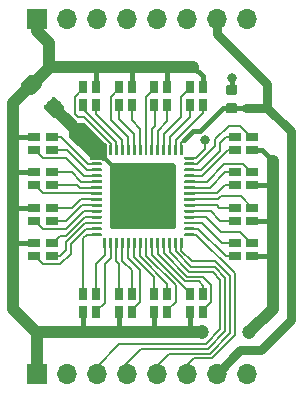
<source format=gbr>
G04 #@! TF.GenerationSoftware,KiCad,Pcbnew,(5.1.2)-2*
G04 #@! TF.CreationDate,2019-06-12T22:46:05+02:00*
G04 #@! TF.ProjectId,TLC5954-Eval,544c4335-3935-4342-9d45-76616c2e6b69,rev?*
G04 #@! TF.SameCoordinates,Original*
G04 #@! TF.FileFunction,Copper,L1,Top*
G04 #@! TF.FilePolarity,Positive*
%FSLAX46Y46*%
G04 Gerber Fmt 4.6, Leading zero omitted, Abs format (unit mm)*
G04 Created by KiCad (PCBNEW (5.1.2)-2) date 2019-06-12 22:46:05*
%MOMM*%
%LPD*%
G04 APERTURE LIST*
%ADD10C,0.100000*%
%ADD11C,5.600000*%
%ADD12C,0.250000*%
%ADD13O,1.700000X1.700000*%
%ADD14R,1.700000X1.700000*%
%ADD15R,1.000000X0.800000*%
%ADD16R,0.800000X1.000000*%
%ADD17C,1.350000*%
%ADD18C,0.875000*%
%ADD19C,0.600000*%
%ADD20C,0.800000*%
%ADD21C,1.200000*%
%ADD22C,0.400000*%
%ADD23C,0.200000*%
%ADD24C,0.800000*%
%ADD25C,1.000000*%
G04 APERTURE END LIST*
D10*
G36*
X100574504Y-103201204D02*
G01*
X100598773Y-103204804D01*
X100622571Y-103210765D01*
X100645671Y-103219030D01*
X100667849Y-103229520D01*
X100688893Y-103242133D01*
X100708598Y-103256747D01*
X100726777Y-103273223D01*
X100743253Y-103291402D01*
X100757867Y-103311107D01*
X100770480Y-103332151D01*
X100780970Y-103354329D01*
X100789235Y-103377429D01*
X100795196Y-103401227D01*
X100798796Y-103425496D01*
X100800000Y-103450000D01*
X100800000Y-108550000D01*
X100798796Y-108574504D01*
X100795196Y-108598773D01*
X100789235Y-108622571D01*
X100780970Y-108645671D01*
X100770480Y-108667849D01*
X100757867Y-108688893D01*
X100743253Y-108708598D01*
X100726777Y-108726777D01*
X100708598Y-108743253D01*
X100688893Y-108757867D01*
X100667849Y-108770480D01*
X100645671Y-108780970D01*
X100622571Y-108789235D01*
X100598773Y-108795196D01*
X100574504Y-108798796D01*
X100550000Y-108800000D01*
X95450000Y-108800000D01*
X95425496Y-108798796D01*
X95401227Y-108795196D01*
X95377429Y-108789235D01*
X95354329Y-108780970D01*
X95332151Y-108770480D01*
X95311107Y-108757867D01*
X95291402Y-108743253D01*
X95273223Y-108726777D01*
X95256747Y-108708598D01*
X95242133Y-108688893D01*
X95229520Y-108667849D01*
X95219030Y-108645671D01*
X95210765Y-108622571D01*
X95204804Y-108598773D01*
X95201204Y-108574504D01*
X95200000Y-108550000D01*
X95200000Y-103450000D01*
X95201204Y-103425496D01*
X95204804Y-103401227D01*
X95210765Y-103377429D01*
X95219030Y-103354329D01*
X95229520Y-103332151D01*
X95242133Y-103311107D01*
X95256747Y-103291402D01*
X95273223Y-103273223D01*
X95291402Y-103256747D01*
X95311107Y-103242133D01*
X95332151Y-103229520D01*
X95354329Y-103219030D01*
X95377429Y-103210765D01*
X95401227Y-103204804D01*
X95425496Y-103201204D01*
X95450000Y-103200000D01*
X100550000Y-103200000D01*
X100574504Y-103201204D01*
X100574504Y-103201204D01*
G37*
D11*
X98000000Y-106000000D03*
D10*
G36*
X94443626Y-102625301D02*
G01*
X94449693Y-102626201D01*
X94455643Y-102627691D01*
X94461418Y-102629758D01*
X94466962Y-102632380D01*
X94472223Y-102635533D01*
X94477150Y-102639187D01*
X94481694Y-102643306D01*
X94485813Y-102647850D01*
X94489467Y-102652777D01*
X94492620Y-102658038D01*
X94495242Y-102663582D01*
X94497309Y-102669357D01*
X94498799Y-102675307D01*
X94499699Y-102681374D01*
X94500000Y-102687500D01*
X94500000Y-102812500D01*
X94499699Y-102818626D01*
X94498799Y-102824693D01*
X94497309Y-102830643D01*
X94495242Y-102836418D01*
X94492620Y-102841962D01*
X94489467Y-102847223D01*
X94485813Y-102852150D01*
X94481694Y-102856694D01*
X94477150Y-102860813D01*
X94472223Y-102864467D01*
X94466962Y-102867620D01*
X94461418Y-102870242D01*
X94455643Y-102872309D01*
X94449693Y-102873799D01*
X94443626Y-102874699D01*
X94437500Y-102875000D01*
X93687500Y-102875000D01*
X93681374Y-102874699D01*
X93675307Y-102873799D01*
X93669357Y-102872309D01*
X93663582Y-102870242D01*
X93658038Y-102867620D01*
X93652777Y-102864467D01*
X93647850Y-102860813D01*
X93643306Y-102856694D01*
X93639187Y-102852150D01*
X93635533Y-102847223D01*
X93632380Y-102841962D01*
X93629758Y-102836418D01*
X93627691Y-102830643D01*
X93626201Y-102824693D01*
X93625301Y-102818626D01*
X93625000Y-102812500D01*
X93625000Y-102687500D01*
X93625301Y-102681374D01*
X93626201Y-102675307D01*
X93627691Y-102669357D01*
X93629758Y-102663582D01*
X93632380Y-102658038D01*
X93635533Y-102652777D01*
X93639187Y-102647850D01*
X93643306Y-102643306D01*
X93647850Y-102639187D01*
X93652777Y-102635533D01*
X93658038Y-102632380D01*
X93663582Y-102629758D01*
X93669357Y-102627691D01*
X93675307Y-102626201D01*
X93681374Y-102625301D01*
X93687500Y-102625000D01*
X94437500Y-102625000D01*
X94443626Y-102625301D01*
X94443626Y-102625301D01*
G37*
D12*
X94062500Y-102750000D03*
D10*
G36*
X94443626Y-103125301D02*
G01*
X94449693Y-103126201D01*
X94455643Y-103127691D01*
X94461418Y-103129758D01*
X94466962Y-103132380D01*
X94472223Y-103135533D01*
X94477150Y-103139187D01*
X94481694Y-103143306D01*
X94485813Y-103147850D01*
X94489467Y-103152777D01*
X94492620Y-103158038D01*
X94495242Y-103163582D01*
X94497309Y-103169357D01*
X94498799Y-103175307D01*
X94499699Y-103181374D01*
X94500000Y-103187500D01*
X94500000Y-103312500D01*
X94499699Y-103318626D01*
X94498799Y-103324693D01*
X94497309Y-103330643D01*
X94495242Y-103336418D01*
X94492620Y-103341962D01*
X94489467Y-103347223D01*
X94485813Y-103352150D01*
X94481694Y-103356694D01*
X94477150Y-103360813D01*
X94472223Y-103364467D01*
X94466962Y-103367620D01*
X94461418Y-103370242D01*
X94455643Y-103372309D01*
X94449693Y-103373799D01*
X94443626Y-103374699D01*
X94437500Y-103375000D01*
X93687500Y-103375000D01*
X93681374Y-103374699D01*
X93675307Y-103373799D01*
X93669357Y-103372309D01*
X93663582Y-103370242D01*
X93658038Y-103367620D01*
X93652777Y-103364467D01*
X93647850Y-103360813D01*
X93643306Y-103356694D01*
X93639187Y-103352150D01*
X93635533Y-103347223D01*
X93632380Y-103341962D01*
X93629758Y-103336418D01*
X93627691Y-103330643D01*
X93626201Y-103324693D01*
X93625301Y-103318626D01*
X93625000Y-103312500D01*
X93625000Y-103187500D01*
X93625301Y-103181374D01*
X93626201Y-103175307D01*
X93627691Y-103169357D01*
X93629758Y-103163582D01*
X93632380Y-103158038D01*
X93635533Y-103152777D01*
X93639187Y-103147850D01*
X93643306Y-103143306D01*
X93647850Y-103139187D01*
X93652777Y-103135533D01*
X93658038Y-103132380D01*
X93663582Y-103129758D01*
X93669357Y-103127691D01*
X93675307Y-103126201D01*
X93681374Y-103125301D01*
X93687500Y-103125000D01*
X94437500Y-103125000D01*
X94443626Y-103125301D01*
X94443626Y-103125301D01*
G37*
D12*
X94062500Y-103250000D03*
D10*
G36*
X94443626Y-103625301D02*
G01*
X94449693Y-103626201D01*
X94455643Y-103627691D01*
X94461418Y-103629758D01*
X94466962Y-103632380D01*
X94472223Y-103635533D01*
X94477150Y-103639187D01*
X94481694Y-103643306D01*
X94485813Y-103647850D01*
X94489467Y-103652777D01*
X94492620Y-103658038D01*
X94495242Y-103663582D01*
X94497309Y-103669357D01*
X94498799Y-103675307D01*
X94499699Y-103681374D01*
X94500000Y-103687500D01*
X94500000Y-103812500D01*
X94499699Y-103818626D01*
X94498799Y-103824693D01*
X94497309Y-103830643D01*
X94495242Y-103836418D01*
X94492620Y-103841962D01*
X94489467Y-103847223D01*
X94485813Y-103852150D01*
X94481694Y-103856694D01*
X94477150Y-103860813D01*
X94472223Y-103864467D01*
X94466962Y-103867620D01*
X94461418Y-103870242D01*
X94455643Y-103872309D01*
X94449693Y-103873799D01*
X94443626Y-103874699D01*
X94437500Y-103875000D01*
X93687500Y-103875000D01*
X93681374Y-103874699D01*
X93675307Y-103873799D01*
X93669357Y-103872309D01*
X93663582Y-103870242D01*
X93658038Y-103867620D01*
X93652777Y-103864467D01*
X93647850Y-103860813D01*
X93643306Y-103856694D01*
X93639187Y-103852150D01*
X93635533Y-103847223D01*
X93632380Y-103841962D01*
X93629758Y-103836418D01*
X93627691Y-103830643D01*
X93626201Y-103824693D01*
X93625301Y-103818626D01*
X93625000Y-103812500D01*
X93625000Y-103687500D01*
X93625301Y-103681374D01*
X93626201Y-103675307D01*
X93627691Y-103669357D01*
X93629758Y-103663582D01*
X93632380Y-103658038D01*
X93635533Y-103652777D01*
X93639187Y-103647850D01*
X93643306Y-103643306D01*
X93647850Y-103639187D01*
X93652777Y-103635533D01*
X93658038Y-103632380D01*
X93663582Y-103629758D01*
X93669357Y-103627691D01*
X93675307Y-103626201D01*
X93681374Y-103625301D01*
X93687500Y-103625000D01*
X94437500Y-103625000D01*
X94443626Y-103625301D01*
X94443626Y-103625301D01*
G37*
D12*
X94062500Y-103750000D03*
D10*
G36*
X94443626Y-104125301D02*
G01*
X94449693Y-104126201D01*
X94455643Y-104127691D01*
X94461418Y-104129758D01*
X94466962Y-104132380D01*
X94472223Y-104135533D01*
X94477150Y-104139187D01*
X94481694Y-104143306D01*
X94485813Y-104147850D01*
X94489467Y-104152777D01*
X94492620Y-104158038D01*
X94495242Y-104163582D01*
X94497309Y-104169357D01*
X94498799Y-104175307D01*
X94499699Y-104181374D01*
X94500000Y-104187500D01*
X94500000Y-104312500D01*
X94499699Y-104318626D01*
X94498799Y-104324693D01*
X94497309Y-104330643D01*
X94495242Y-104336418D01*
X94492620Y-104341962D01*
X94489467Y-104347223D01*
X94485813Y-104352150D01*
X94481694Y-104356694D01*
X94477150Y-104360813D01*
X94472223Y-104364467D01*
X94466962Y-104367620D01*
X94461418Y-104370242D01*
X94455643Y-104372309D01*
X94449693Y-104373799D01*
X94443626Y-104374699D01*
X94437500Y-104375000D01*
X93687500Y-104375000D01*
X93681374Y-104374699D01*
X93675307Y-104373799D01*
X93669357Y-104372309D01*
X93663582Y-104370242D01*
X93658038Y-104367620D01*
X93652777Y-104364467D01*
X93647850Y-104360813D01*
X93643306Y-104356694D01*
X93639187Y-104352150D01*
X93635533Y-104347223D01*
X93632380Y-104341962D01*
X93629758Y-104336418D01*
X93627691Y-104330643D01*
X93626201Y-104324693D01*
X93625301Y-104318626D01*
X93625000Y-104312500D01*
X93625000Y-104187500D01*
X93625301Y-104181374D01*
X93626201Y-104175307D01*
X93627691Y-104169357D01*
X93629758Y-104163582D01*
X93632380Y-104158038D01*
X93635533Y-104152777D01*
X93639187Y-104147850D01*
X93643306Y-104143306D01*
X93647850Y-104139187D01*
X93652777Y-104135533D01*
X93658038Y-104132380D01*
X93663582Y-104129758D01*
X93669357Y-104127691D01*
X93675307Y-104126201D01*
X93681374Y-104125301D01*
X93687500Y-104125000D01*
X94437500Y-104125000D01*
X94443626Y-104125301D01*
X94443626Y-104125301D01*
G37*
D12*
X94062500Y-104250000D03*
D10*
G36*
X94443626Y-104625301D02*
G01*
X94449693Y-104626201D01*
X94455643Y-104627691D01*
X94461418Y-104629758D01*
X94466962Y-104632380D01*
X94472223Y-104635533D01*
X94477150Y-104639187D01*
X94481694Y-104643306D01*
X94485813Y-104647850D01*
X94489467Y-104652777D01*
X94492620Y-104658038D01*
X94495242Y-104663582D01*
X94497309Y-104669357D01*
X94498799Y-104675307D01*
X94499699Y-104681374D01*
X94500000Y-104687500D01*
X94500000Y-104812500D01*
X94499699Y-104818626D01*
X94498799Y-104824693D01*
X94497309Y-104830643D01*
X94495242Y-104836418D01*
X94492620Y-104841962D01*
X94489467Y-104847223D01*
X94485813Y-104852150D01*
X94481694Y-104856694D01*
X94477150Y-104860813D01*
X94472223Y-104864467D01*
X94466962Y-104867620D01*
X94461418Y-104870242D01*
X94455643Y-104872309D01*
X94449693Y-104873799D01*
X94443626Y-104874699D01*
X94437500Y-104875000D01*
X93687500Y-104875000D01*
X93681374Y-104874699D01*
X93675307Y-104873799D01*
X93669357Y-104872309D01*
X93663582Y-104870242D01*
X93658038Y-104867620D01*
X93652777Y-104864467D01*
X93647850Y-104860813D01*
X93643306Y-104856694D01*
X93639187Y-104852150D01*
X93635533Y-104847223D01*
X93632380Y-104841962D01*
X93629758Y-104836418D01*
X93627691Y-104830643D01*
X93626201Y-104824693D01*
X93625301Y-104818626D01*
X93625000Y-104812500D01*
X93625000Y-104687500D01*
X93625301Y-104681374D01*
X93626201Y-104675307D01*
X93627691Y-104669357D01*
X93629758Y-104663582D01*
X93632380Y-104658038D01*
X93635533Y-104652777D01*
X93639187Y-104647850D01*
X93643306Y-104643306D01*
X93647850Y-104639187D01*
X93652777Y-104635533D01*
X93658038Y-104632380D01*
X93663582Y-104629758D01*
X93669357Y-104627691D01*
X93675307Y-104626201D01*
X93681374Y-104625301D01*
X93687500Y-104625000D01*
X94437500Y-104625000D01*
X94443626Y-104625301D01*
X94443626Y-104625301D01*
G37*
D12*
X94062500Y-104750000D03*
D10*
G36*
X94443626Y-105125301D02*
G01*
X94449693Y-105126201D01*
X94455643Y-105127691D01*
X94461418Y-105129758D01*
X94466962Y-105132380D01*
X94472223Y-105135533D01*
X94477150Y-105139187D01*
X94481694Y-105143306D01*
X94485813Y-105147850D01*
X94489467Y-105152777D01*
X94492620Y-105158038D01*
X94495242Y-105163582D01*
X94497309Y-105169357D01*
X94498799Y-105175307D01*
X94499699Y-105181374D01*
X94500000Y-105187500D01*
X94500000Y-105312500D01*
X94499699Y-105318626D01*
X94498799Y-105324693D01*
X94497309Y-105330643D01*
X94495242Y-105336418D01*
X94492620Y-105341962D01*
X94489467Y-105347223D01*
X94485813Y-105352150D01*
X94481694Y-105356694D01*
X94477150Y-105360813D01*
X94472223Y-105364467D01*
X94466962Y-105367620D01*
X94461418Y-105370242D01*
X94455643Y-105372309D01*
X94449693Y-105373799D01*
X94443626Y-105374699D01*
X94437500Y-105375000D01*
X93687500Y-105375000D01*
X93681374Y-105374699D01*
X93675307Y-105373799D01*
X93669357Y-105372309D01*
X93663582Y-105370242D01*
X93658038Y-105367620D01*
X93652777Y-105364467D01*
X93647850Y-105360813D01*
X93643306Y-105356694D01*
X93639187Y-105352150D01*
X93635533Y-105347223D01*
X93632380Y-105341962D01*
X93629758Y-105336418D01*
X93627691Y-105330643D01*
X93626201Y-105324693D01*
X93625301Y-105318626D01*
X93625000Y-105312500D01*
X93625000Y-105187500D01*
X93625301Y-105181374D01*
X93626201Y-105175307D01*
X93627691Y-105169357D01*
X93629758Y-105163582D01*
X93632380Y-105158038D01*
X93635533Y-105152777D01*
X93639187Y-105147850D01*
X93643306Y-105143306D01*
X93647850Y-105139187D01*
X93652777Y-105135533D01*
X93658038Y-105132380D01*
X93663582Y-105129758D01*
X93669357Y-105127691D01*
X93675307Y-105126201D01*
X93681374Y-105125301D01*
X93687500Y-105125000D01*
X94437500Y-105125000D01*
X94443626Y-105125301D01*
X94443626Y-105125301D01*
G37*
D12*
X94062500Y-105250000D03*
D10*
G36*
X94443626Y-105625301D02*
G01*
X94449693Y-105626201D01*
X94455643Y-105627691D01*
X94461418Y-105629758D01*
X94466962Y-105632380D01*
X94472223Y-105635533D01*
X94477150Y-105639187D01*
X94481694Y-105643306D01*
X94485813Y-105647850D01*
X94489467Y-105652777D01*
X94492620Y-105658038D01*
X94495242Y-105663582D01*
X94497309Y-105669357D01*
X94498799Y-105675307D01*
X94499699Y-105681374D01*
X94500000Y-105687500D01*
X94500000Y-105812500D01*
X94499699Y-105818626D01*
X94498799Y-105824693D01*
X94497309Y-105830643D01*
X94495242Y-105836418D01*
X94492620Y-105841962D01*
X94489467Y-105847223D01*
X94485813Y-105852150D01*
X94481694Y-105856694D01*
X94477150Y-105860813D01*
X94472223Y-105864467D01*
X94466962Y-105867620D01*
X94461418Y-105870242D01*
X94455643Y-105872309D01*
X94449693Y-105873799D01*
X94443626Y-105874699D01*
X94437500Y-105875000D01*
X93687500Y-105875000D01*
X93681374Y-105874699D01*
X93675307Y-105873799D01*
X93669357Y-105872309D01*
X93663582Y-105870242D01*
X93658038Y-105867620D01*
X93652777Y-105864467D01*
X93647850Y-105860813D01*
X93643306Y-105856694D01*
X93639187Y-105852150D01*
X93635533Y-105847223D01*
X93632380Y-105841962D01*
X93629758Y-105836418D01*
X93627691Y-105830643D01*
X93626201Y-105824693D01*
X93625301Y-105818626D01*
X93625000Y-105812500D01*
X93625000Y-105687500D01*
X93625301Y-105681374D01*
X93626201Y-105675307D01*
X93627691Y-105669357D01*
X93629758Y-105663582D01*
X93632380Y-105658038D01*
X93635533Y-105652777D01*
X93639187Y-105647850D01*
X93643306Y-105643306D01*
X93647850Y-105639187D01*
X93652777Y-105635533D01*
X93658038Y-105632380D01*
X93663582Y-105629758D01*
X93669357Y-105627691D01*
X93675307Y-105626201D01*
X93681374Y-105625301D01*
X93687500Y-105625000D01*
X94437500Y-105625000D01*
X94443626Y-105625301D01*
X94443626Y-105625301D01*
G37*
D12*
X94062500Y-105750000D03*
D10*
G36*
X94443626Y-106125301D02*
G01*
X94449693Y-106126201D01*
X94455643Y-106127691D01*
X94461418Y-106129758D01*
X94466962Y-106132380D01*
X94472223Y-106135533D01*
X94477150Y-106139187D01*
X94481694Y-106143306D01*
X94485813Y-106147850D01*
X94489467Y-106152777D01*
X94492620Y-106158038D01*
X94495242Y-106163582D01*
X94497309Y-106169357D01*
X94498799Y-106175307D01*
X94499699Y-106181374D01*
X94500000Y-106187500D01*
X94500000Y-106312500D01*
X94499699Y-106318626D01*
X94498799Y-106324693D01*
X94497309Y-106330643D01*
X94495242Y-106336418D01*
X94492620Y-106341962D01*
X94489467Y-106347223D01*
X94485813Y-106352150D01*
X94481694Y-106356694D01*
X94477150Y-106360813D01*
X94472223Y-106364467D01*
X94466962Y-106367620D01*
X94461418Y-106370242D01*
X94455643Y-106372309D01*
X94449693Y-106373799D01*
X94443626Y-106374699D01*
X94437500Y-106375000D01*
X93687500Y-106375000D01*
X93681374Y-106374699D01*
X93675307Y-106373799D01*
X93669357Y-106372309D01*
X93663582Y-106370242D01*
X93658038Y-106367620D01*
X93652777Y-106364467D01*
X93647850Y-106360813D01*
X93643306Y-106356694D01*
X93639187Y-106352150D01*
X93635533Y-106347223D01*
X93632380Y-106341962D01*
X93629758Y-106336418D01*
X93627691Y-106330643D01*
X93626201Y-106324693D01*
X93625301Y-106318626D01*
X93625000Y-106312500D01*
X93625000Y-106187500D01*
X93625301Y-106181374D01*
X93626201Y-106175307D01*
X93627691Y-106169357D01*
X93629758Y-106163582D01*
X93632380Y-106158038D01*
X93635533Y-106152777D01*
X93639187Y-106147850D01*
X93643306Y-106143306D01*
X93647850Y-106139187D01*
X93652777Y-106135533D01*
X93658038Y-106132380D01*
X93663582Y-106129758D01*
X93669357Y-106127691D01*
X93675307Y-106126201D01*
X93681374Y-106125301D01*
X93687500Y-106125000D01*
X94437500Y-106125000D01*
X94443626Y-106125301D01*
X94443626Y-106125301D01*
G37*
D12*
X94062500Y-106250000D03*
D10*
G36*
X94443626Y-106625301D02*
G01*
X94449693Y-106626201D01*
X94455643Y-106627691D01*
X94461418Y-106629758D01*
X94466962Y-106632380D01*
X94472223Y-106635533D01*
X94477150Y-106639187D01*
X94481694Y-106643306D01*
X94485813Y-106647850D01*
X94489467Y-106652777D01*
X94492620Y-106658038D01*
X94495242Y-106663582D01*
X94497309Y-106669357D01*
X94498799Y-106675307D01*
X94499699Y-106681374D01*
X94500000Y-106687500D01*
X94500000Y-106812500D01*
X94499699Y-106818626D01*
X94498799Y-106824693D01*
X94497309Y-106830643D01*
X94495242Y-106836418D01*
X94492620Y-106841962D01*
X94489467Y-106847223D01*
X94485813Y-106852150D01*
X94481694Y-106856694D01*
X94477150Y-106860813D01*
X94472223Y-106864467D01*
X94466962Y-106867620D01*
X94461418Y-106870242D01*
X94455643Y-106872309D01*
X94449693Y-106873799D01*
X94443626Y-106874699D01*
X94437500Y-106875000D01*
X93687500Y-106875000D01*
X93681374Y-106874699D01*
X93675307Y-106873799D01*
X93669357Y-106872309D01*
X93663582Y-106870242D01*
X93658038Y-106867620D01*
X93652777Y-106864467D01*
X93647850Y-106860813D01*
X93643306Y-106856694D01*
X93639187Y-106852150D01*
X93635533Y-106847223D01*
X93632380Y-106841962D01*
X93629758Y-106836418D01*
X93627691Y-106830643D01*
X93626201Y-106824693D01*
X93625301Y-106818626D01*
X93625000Y-106812500D01*
X93625000Y-106687500D01*
X93625301Y-106681374D01*
X93626201Y-106675307D01*
X93627691Y-106669357D01*
X93629758Y-106663582D01*
X93632380Y-106658038D01*
X93635533Y-106652777D01*
X93639187Y-106647850D01*
X93643306Y-106643306D01*
X93647850Y-106639187D01*
X93652777Y-106635533D01*
X93658038Y-106632380D01*
X93663582Y-106629758D01*
X93669357Y-106627691D01*
X93675307Y-106626201D01*
X93681374Y-106625301D01*
X93687500Y-106625000D01*
X94437500Y-106625000D01*
X94443626Y-106625301D01*
X94443626Y-106625301D01*
G37*
D12*
X94062500Y-106750000D03*
D10*
G36*
X94443626Y-107125301D02*
G01*
X94449693Y-107126201D01*
X94455643Y-107127691D01*
X94461418Y-107129758D01*
X94466962Y-107132380D01*
X94472223Y-107135533D01*
X94477150Y-107139187D01*
X94481694Y-107143306D01*
X94485813Y-107147850D01*
X94489467Y-107152777D01*
X94492620Y-107158038D01*
X94495242Y-107163582D01*
X94497309Y-107169357D01*
X94498799Y-107175307D01*
X94499699Y-107181374D01*
X94500000Y-107187500D01*
X94500000Y-107312500D01*
X94499699Y-107318626D01*
X94498799Y-107324693D01*
X94497309Y-107330643D01*
X94495242Y-107336418D01*
X94492620Y-107341962D01*
X94489467Y-107347223D01*
X94485813Y-107352150D01*
X94481694Y-107356694D01*
X94477150Y-107360813D01*
X94472223Y-107364467D01*
X94466962Y-107367620D01*
X94461418Y-107370242D01*
X94455643Y-107372309D01*
X94449693Y-107373799D01*
X94443626Y-107374699D01*
X94437500Y-107375000D01*
X93687500Y-107375000D01*
X93681374Y-107374699D01*
X93675307Y-107373799D01*
X93669357Y-107372309D01*
X93663582Y-107370242D01*
X93658038Y-107367620D01*
X93652777Y-107364467D01*
X93647850Y-107360813D01*
X93643306Y-107356694D01*
X93639187Y-107352150D01*
X93635533Y-107347223D01*
X93632380Y-107341962D01*
X93629758Y-107336418D01*
X93627691Y-107330643D01*
X93626201Y-107324693D01*
X93625301Y-107318626D01*
X93625000Y-107312500D01*
X93625000Y-107187500D01*
X93625301Y-107181374D01*
X93626201Y-107175307D01*
X93627691Y-107169357D01*
X93629758Y-107163582D01*
X93632380Y-107158038D01*
X93635533Y-107152777D01*
X93639187Y-107147850D01*
X93643306Y-107143306D01*
X93647850Y-107139187D01*
X93652777Y-107135533D01*
X93658038Y-107132380D01*
X93663582Y-107129758D01*
X93669357Y-107127691D01*
X93675307Y-107126201D01*
X93681374Y-107125301D01*
X93687500Y-107125000D01*
X94437500Y-107125000D01*
X94443626Y-107125301D01*
X94443626Y-107125301D01*
G37*
D12*
X94062500Y-107250000D03*
D10*
G36*
X94443626Y-107625301D02*
G01*
X94449693Y-107626201D01*
X94455643Y-107627691D01*
X94461418Y-107629758D01*
X94466962Y-107632380D01*
X94472223Y-107635533D01*
X94477150Y-107639187D01*
X94481694Y-107643306D01*
X94485813Y-107647850D01*
X94489467Y-107652777D01*
X94492620Y-107658038D01*
X94495242Y-107663582D01*
X94497309Y-107669357D01*
X94498799Y-107675307D01*
X94499699Y-107681374D01*
X94500000Y-107687500D01*
X94500000Y-107812500D01*
X94499699Y-107818626D01*
X94498799Y-107824693D01*
X94497309Y-107830643D01*
X94495242Y-107836418D01*
X94492620Y-107841962D01*
X94489467Y-107847223D01*
X94485813Y-107852150D01*
X94481694Y-107856694D01*
X94477150Y-107860813D01*
X94472223Y-107864467D01*
X94466962Y-107867620D01*
X94461418Y-107870242D01*
X94455643Y-107872309D01*
X94449693Y-107873799D01*
X94443626Y-107874699D01*
X94437500Y-107875000D01*
X93687500Y-107875000D01*
X93681374Y-107874699D01*
X93675307Y-107873799D01*
X93669357Y-107872309D01*
X93663582Y-107870242D01*
X93658038Y-107867620D01*
X93652777Y-107864467D01*
X93647850Y-107860813D01*
X93643306Y-107856694D01*
X93639187Y-107852150D01*
X93635533Y-107847223D01*
X93632380Y-107841962D01*
X93629758Y-107836418D01*
X93627691Y-107830643D01*
X93626201Y-107824693D01*
X93625301Y-107818626D01*
X93625000Y-107812500D01*
X93625000Y-107687500D01*
X93625301Y-107681374D01*
X93626201Y-107675307D01*
X93627691Y-107669357D01*
X93629758Y-107663582D01*
X93632380Y-107658038D01*
X93635533Y-107652777D01*
X93639187Y-107647850D01*
X93643306Y-107643306D01*
X93647850Y-107639187D01*
X93652777Y-107635533D01*
X93658038Y-107632380D01*
X93663582Y-107629758D01*
X93669357Y-107627691D01*
X93675307Y-107626201D01*
X93681374Y-107625301D01*
X93687500Y-107625000D01*
X94437500Y-107625000D01*
X94443626Y-107625301D01*
X94443626Y-107625301D01*
G37*
D12*
X94062500Y-107750000D03*
D10*
G36*
X94443626Y-108125301D02*
G01*
X94449693Y-108126201D01*
X94455643Y-108127691D01*
X94461418Y-108129758D01*
X94466962Y-108132380D01*
X94472223Y-108135533D01*
X94477150Y-108139187D01*
X94481694Y-108143306D01*
X94485813Y-108147850D01*
X94489467Y-108152777D01*
X94492620Y-108158038D01*
X94495242Y-108163582D01*
X94497309Y-108169357D01*
X94498799Y-108175307D01*
X94499699Y-108181374D01*
X94500000Y-108187500D01*
X94500000Y-108312500D01*
X94499699Y-108318626D01*
X94498799Y-108324693D01*
X94497309Y-108330643D01*
X94495242Y-108336418D01*
X94492620Y-108341962D01*
X94489467Y-108347223D01*
X94485813Y-108352150D01*
X94481694Y-108356694D01*
X94477150Y-108360813D01*
X94472223Y-108364467D01*
X94466962Y-108367620D01*
X94461418Y-108370242D01*
X94455643Y-108372309D01*
X94449693Y-108373799D01*
X94443626Y-108374699D01*
X94437500Y-108375000D01*
X93687500Y-108375000D01*
X93681374Y-108374699D01*
X93675307Y-108373799D01*
X93669357Y-108372309D01*
X93663582Y-108370242D01*
X93658038Y-108367620D01*
X93652777Y-108364467D01*
X93647850Y-108360813D01*
X93643306Y-108356694D01*
X93639187Y-108352150D01*
X93635533Y-108347223D01*
X93632380Y-108341962D01*
X93629758Y-108336418D01*
X93627691Y-108330643D01*
X93626201Y-108324693D01*
X93625301Y-108318626D01*
X93625000Y-108312500D01*
X93625000Y-108187500D01*
X93625301Y-108181374D01*
X93626201Y-108175307D01*
X93627691Y-108169357D01*
X93629758Y-108163582D01*
X93632380Y-108158038D01*
X93635533Y-108152777D01*
X93639187Y-108147850D01*
X93643306Y-108143306D01*
X93647850Y-108139187D01*
X93652777Y-108135533D01*
X93658038Y-108132380D01*
X93663582Y-108129758D01*
X93669357Y-108127691D01*
X93675307Y-108126201D01*
X93681374Y-108125301D01*
X93687500Y-108125000D01*
X94437500Y-108125000D01*
X94443626Y-108125301D01*
X94443626Y-108125301D01*
G37*
D12*
X94062500Y-108250000D03*
D10*
G36*
X94443626Y-108625301D02*
G01*
X94449693Y-108626201D01*
X94455643Y-108627691D01*
X94461418Y-108629758D01*
X94466962Y-108632380D01*
X94472223Y-108635533D01*
X94477150Y-108639187D01*
X94481694Y-108643306D01*
X94485813Y-108647850D01*
X94489467Y-108652777D01*
X94492620Y-108658038D01*
X94495242Y-108663582D01*
X94497309Y-108669357D01*
X94498799Y-108675307D01*
X94499699Y-108681374D01*
X94500000Y-108687500D01*
X94500000Y-108812500D01*
X94499699Y-108818626D01*
X94498799Y-108824693D01*
X94497309Y-108830643D01*
X94495242Y-108836418D01*
X94492620Y-108841962D01*
X94489467Y-108847223D01*
X94485813Y-108852150D01*
X94481694Y-108856694D01*
X94477150Y-108860813D01*
X94472223Y-108864467D01*
X94466962Y-108867620D01*
X94461418Y-108870242D01*
X94455643Y-108872309D01*
X94449693Y-108873799D01*
X94443626Y-108874699D01*
X94437500Y-108875000D01*
X93687500Y-108875000D01*
X93681374Y-108874699D01*
X93675307Y-108873799D01*
X93669357Y-108872309D01*
X93663582Y-108870242D01*
X93658038Y-108867620D01*
X93652777Y-108864467D01*
X93647850Y-108860813D01*
X93643306Y-108856694D01*
X93639187Y-108852150D01*
X93635533Y-108847223D01*
X93632380Y-108841962D01*
X93629758Y-108836418D01*
X93627691Y-108830643D01*
X93626201Y-108824693D01*
X93625301Y-108818626D01*
X93625000Y-108812500D01*
X93625000Y-108687500D01*
X93625301Y-108681374D01*
X93626201Y-108675307D01*
X93627691Y-108669357D01*
X93629758Y-108663582D01*
X93632380Y-108658038D01*
X93635533Y-108652777D01*
X93639187Y-108647850D01*
X93643306Y-108643306D01*
X93647850Y-108639187D01*
X93652777Y-108635533D01*
X93658038Y-108632380D01*
X93663582Y-108629758D01*
X93669357Y-108627691D01*
X93675307Y-108626201D01*
X93681374Y-108625301D01*
X93687500Y-108625000D01*
X94437500Y-108625000D01*
X94443626Y-108625301D01*
X94443626Y-108625301D01*
G37*
D12*
X94062500Y-108750000D03*
D10*
G36*
X94443626Y-109125301D02*
G01*
X94449693Y-109126201D01*
X94455643Y-109127691D01*
X94461418Y-109129758D01*
X94466962Y-109132380D01*
X94472223Y-109135533D01*
X94477150Y-109139187D01*
X94481694Y-109143306D01*
X94485813Y-109147850D01*
X94489467Y-109152777D01*
X94492620Y-109158038D01*
X94495242Y-109163582D01*
X94497309Y-109169357D01*
X94498799Y-109175307D01*
X94499699Y-109181374D01*
X94500000Y-109187500D01*
X94500000Y-109312500D01*
X94499699Y-109318626D01*
X94498799Y-109324693D01*
X94497309Y-109330643D01*
X94495242Y-109336418D01*
X94492620Y-109341962D01*
X94489467Y-109347223D01*
X94485813Y-109352150D01*
X94481694Y-109356694D01*
X94477150Y-109360813D01*
X94472223Y-109364467D01*
X94466962Y-109367620D01*
X94461418Y-109370242D01*
X94455643Y-109372309D01*
X94449693Y-109373799D01*
X94443626Y-109374699D01*
X94437500Y-109375000D01*
X93687500Y-109375000D01*
X93681374Y-109374699D01*
X93675307Y-109373799D01*
X93669357Y-109372309D01*
X93663582Y-109370242D01*
X93658038Y-109367620D01*
X93652777Y-109364467D01*
X93647850Y-109360813D01*
X93643306Y-109356694D01*
X93639187Y-109352150D01*
X93635533Y-109347223D01*
X93632380Y-109341962D01*
X93629758Y-109336418D01*
X93627691Y-109330643D01*
X93626201Y-109324693D01*
X93625301Y-109318626D01*
X93625000Y-109312500D01*
X93625000Y-109187500D01*
X93625301Y-109181374D01*
X93626201Y-109175307D01*
X93627691Y-109169357D01*
X93629758Y-109163582D01*
X93632380Y-109158038D01*
X93635533Y-109152777D01*
X93639187Y-109147850D01*
X93643306Y-109143306D01*
X93647850Y-109139187D01*
X93652777Y-109135533D01*
X93658038Y-109132380D01*
X93663582Y-109129758D01*
X93669357Y-109127691D01*
X93675307Y-109126201D01*
X93681374Y-109125301D01*
X93687500Y-109125000D01*
X94437500Y-109125000D01*
X94443626Y-109125301D01*
X94443626Y-109125301D01*
G37*
D12*
X94062500Y-109250000D03*
D10*
G36*
X94818626Y-109500301D02*
G01*
X94824693Y-109501201D01*
X94830643Y-109502691D01*
X94836418Y-109504758D01*
X94841962Y-109507380D01*
X94847223Y-109510533D01*
X94852150Y-109514187D01*
X94856694Y-109518306D01*
X94860813Y-109522850D01*
X94864467Y-109527777D01*
X94867620Y-109533038D01*
X94870242Y-109538582D01*
X94872309Y-109544357D01*
X94873799Y-109550307D01*
X94874699Y-109556374D01*
X94875000Y-109562500D01*
X94875000Y-110312500D01*
X94874699Y-110318626D01*
X94873799Y-110324693D01*
X94872309Y-110330643D01*
X94870242Y-110336418D01*
X94867620Y-110341962D01*
X94864467Y-110347223D01*
X94860813Y-110352150D01*
X94856694Y-110356694D01*
X94852150Y-110360813D01*
X94847223Y-110364467D01*
X94841962Y-110367620D01*
X94836418Y-110370242D01*
X94830643Y-110372309D01*
X94824693Y-110373799D01*
X94818626Y-110374699D01*
X94812500Y-110375000D01*
X94687500Y-110375000D01*
X94681374Y-110374699D01*
X94675307Y-110373799D01*
X94669357Y-110372309D01*
X94663582Y-110370242D01*
X94658038Y-110367620D01*
X94652777Y-110364467D01*
X94647850Y-110360813D01*
X94643306Y-110356694D01*
X94639187Y-110352150D01*
X94635533Y-110347223D01*
X94632380Y-110341962D01*
X94629758Y-110336418D01*
X94627691Y-110330643D01*
X94626201Y-110324693D01*
X94625301Y-110318626D01*
X94625000Y-110312500D01*
X94625000Y-109562500D01*
X94625301Y-109556374D01*
X94626201Y-109550307D01*
X94627691Y-109544357D01*
X94629758Y-109538582D01*
X94632380Y-109533038D01*
X94635533Y-109527777D01*
X94639187Y-109522850D01*
X94643306Y-109518306D01*
X94647850Y-109514187D01*
X94652777Y-109510533D01*
X94658038Y-109507380D01*
X94663582Y-109504758D01*
X94669357Y-109502691D01*
X94675307Y-109501201D01*
X94681374Y-109500301D01*
X94687500Y-109500000D01*
X94812500Y-109500000D01*
X94818626Y-109500301D01*
X94818626Y-109500301D01*
G37*
D12*
X94750000Y-109937500D03*
D10*
G36*
X95318626Y-109500301D02*
G01*
X95324693Y-109501201D01*
X95330643Y-109502691D01*
X95336418Y-109504758D01*
X95341962Y-109507380D01*
X95347223Y-109510533D01*
X95352150Y-109514187D01*
X95356694Y-109518306D01*
X95360813Y-109522850D01*
X95364467Y-109527777D01*
X95367620Y-109533038D01*
X95370242Y-109538582D01*
X95372309Y-109544357D01*
X95373799Y-109550307D01*
X95374699Y-109556374D01*
X95375000Y-109562500D01*
X95375000Y-110312500D01*
X95374699Y-110318626D01*
X95373799Y-110324693D01*
X95372309Y-110330643D01*
X95370242Y-110336418D01*
X95367620Y-110341962D01*
X95364467Y-110347223D01*
X95360813Y-110352150D01*
X95356694Y-110356694D01*
X95352150Y-110360813D01*
X95347223Y-110364467D01*
X95341962Y-110367620D01*
X95336418Y-110370242D01*
X95330643Y-110372309D01*
X95324693Y-110373799D01*
X95318626Y-110374699D01*
X95312500Y-110375000D01*
X95187500Y-110375000D01*
X95181374Y-110374699D01*
X95175307Y-110373799D01*
X95169357Y-110372309D01*
X95163582Y-110370242D01*
X95158038Y-110367620D01*
X95152777Y-110364467D01*
X95147850Y-110360813D01*
X95143306Y-110356694D01*
X95139187Y-110352150D01*
X95135533Y-110347223D01*
X95132380Y-110341962D01*
X95129758Y-110336418D01*
X95127691Y-110330643D01*
X95126201Y-110324693D01*
X95125301Y-110318626D01*
X95125000Y-110312500D01*
X95125000Y-109562500D01*
X95125301Y-109556374D01*
X95126201Y-109550307D01*
X95127691Y-109544357D01*
X95129758Y-109538582D01*
X95132380Y-109533038D01*
X95135533Y-109527777D01*
X95139187Y-109522850D01*
X95143306Y-109518306D01*
X95147850Y-109514187D01*
X95152777Y-109510533D01*
X95158038Y-109507380D01*
X95163582Y-109504758D01*
X95169357Y-109502691D01*
X95175307Y-109501201D01*
X95181374Y-109500301D01*
X95187500Y-109500000D01*
X95312500Y-109500000D01*
X95318626Y-109500301D01*
X95318626Y-109500301D01*
G37*
D12*
X95250000Y-109937500D03*
D10*
G36*
X95818626Y-109500301D02*
G01*
X95824693Y-109501201D01*
X95830643Y-109502691D01*
X95836418Y-109504758D01*
X95841962Y-109507380D01*
X95847223Y-109510533D01*
X95852150Y-109514187D01*
X95856694Y-109518306D01*
X95860813Y-109522850D01*
X95864467Y-109527777D01*
X95867620Y-109533038D01*
X95870242Y-109538582D01*
X95872309Y-109544357D01*
X95873799Y-109550307D01*
X95874699Y-109556374D01*
X95875000Y-109562500D01*
X95875000Y-110312500D01*
X95874699Y-110318626D01*
X95873799Y-110324693D01*
X95872309Y-110330643D01*
X95870242Y-110336418D01*
X95867620Y-110341962D01*
X95864467Y-110347223D01*
X95860813Y-110352150D01*
X95856694Y-110356694D01*
X95852150Y-110360813D01*
X95847223Y-110364467D01*
X95841962Y-110367620D01*
X95836418Y-110370242D01*
X95830643Y-110372309D01*
X95824693Y-110373799D01*
X95818626Y-110374699D01*
X95812500Y-110375000D01*
X95687500Y-110375000D01*
X95681374Y-110374699D01*
X95675307Y-110373799D01*
X95669357Y-110372309D01*
X95663582Y-110370242D01*
X95658038Y-110367620D01*
X95652777Y-110364467D01*
X95647850Y-110360813D01*
X95643306Y-110356694D01*
X95639187Y-110352150D01*
X95635533Y-110347223D01*
X95632380Y-110341962D01*
X95629758Y-110336418D01*
X95627691Y-110330643D01*
X95626201Y-110324693D01*
X95625301Y-110318626D01*
X95625000Y-110312500D01*
X95625000Y-109562500D01*
X95625301Y-109556374D01*
X95626201Y-109550307D01*
X95627691Y-109544357D01*
X95629758Y-109538582D01*
X95632380Y-109533038D01*
X95635533Y-109527777D01*
X95639187Y-109522850D01*
X95643306Y-109518306D01*
X95647850Y-109514187D01*
X95652777Y-109510533D01*
X95658038Y-109507380D01*
X95663582Y-109504758D01*
X95669357Y-109502691D01*
X95675307Y-109501201D01*
X95681374Y-109500301D01*
X95687500Y-109500000D01*
X95812500Y-109500000D01*
X95818626Y-109500301D01*
X95818626Y-109500301D01*
G37*
D12*
X95750000Y-109937500D03*
D10*
G36*
X96318626Y-109500301D02*
G01*
X96324693Y-109501201D01*
X96330643Y-109502691D01*
X96336418Y-109504758D01*
X96341962Y-109507380D01*
X96347223Y-109510533D01*
X96352150Y-109514187D01*
X96356694Y-109518306D01*
X96360813Y-109522850D01*
X96364467Y-109527777D01*
X96367620Y-109533038D01*
X96370242Y-109538582D01*
X96372309Y-109544357D01*
X96373799Y-109550307D01*
X96374699Y-109556374D01*
X96375000Y-109562500D01*
X96375000Y-110312500D01*
X96374699Y-110318626D01*
X96373799Y-110324693D01*
X96372309Y-110330643D01*
X96370242Y-110336418D01*
X96367620Y-110341962D01*
X96364467Y-110347223D01*
X96360813Y-110352150D01*
X96356694Y-110356694D01*
X96352150Y-110360813D01*
X96347223Y-110364467D01*
X96341962Y-110367620D01*
X96336418Y-110370242D01*
X96330643Y-110372309D01*
X96324693Y-110373799D01*
X96318626Y-110374699D01*
X96312500Y-110375000D01*
X96187500Y-110375000D01*
X96181374Y-110374699D01*
X96175307Y-110373799D01*
X96169357Y-110372309D01*
X96163582Y-110370242D01*
X96158038Y-110367620D01*
X96152777Y-110364467D01*
X96147850Y-110360813D01*
X96143306Y-110356694D01*
X96139187Y-110352150D01*
X96135533Y-110347223D01*
X96132380Y-110341962D01*
X96129758Y-110336418D01*
X96127691Y-110330643D01*
X96126201Y-110324693D01*
X96125301Y-110318626D01*
X96125000Y-110312500D01*
X96125000Y-109562500D01*
X96125301Y-109556374D01*
X96126201Y-109550307D01*
X96127691Y-109544357D01*
X96129758Y-109538582D01*
X96132380Y-109533038D01*
X96135533Y-109527777D01*
X96139187Y-109522850D01*
X96143306Y-109518306D01*
X96147850Y-109514187D01*
X96152777Y-109510533D01*
X96158038Y-109507380D01*
X96163582Y-109504758D01*
X96169357Y-109502691D01*
X96175307Y-109501201D01*
X96181374Y-109500301D01*
X96187500Y-109500000D01*
X96312500Y-109500000D01*
X96318626Y-109500301D01*
X96318626Y-109500301D01*
G37*
D12*
X96250000Y-109937500D03*
D10*
G36*
X96818626Y-109500301D02*
G01*
X96824693Y-109501201D01*
X96830643Y-109502691D01*
X96836418Y-109504758D01*
X96841962Y-109507380D01*
X96847223Y-109510533D01*
X96852150Y-109514187D01*
X96856694Y-109518306D01*
X96860813Y-109522850D01*
X96864467Y-109527777D01*
X96867620Y-109533038D01*
X96870242Y-109538582D01*
X96872309Y-109544357D01*
X96873799Y-109550307D01*
X96874699Y-109556374D01*
X96875000Y-109562500D01*
X96875000Y-110312500D01*
X96874699Y-110318626D01*
X96873799Y-110324693D01*
X96872309Y-110330643D01*
X96870242Y-110336418D01*
X96867620Y-110341962D01*
X96864467Y-110347223D01*
X96860813Y-110352150D01*
X96856694Y-110356694D01*
X96852150Y-110360813D01*
X96847223Y-110364467D01*
X96841962Y-110367620D01*
X96836418Y-110370242D01*
X96830643Y-110372309D01*
X96824693Y-110373799D01*
X96818626Y-110374699D01*
X96812500Y-110375000D01*
X96687500Y-110375000D01*
X96681374Y-110374699D01*
X96675307Y-110373799D01*
X96669357Y-110372309D01*
X96663582Y-110370242D01*
X96658038Y-110367620D01*
X96652777Y-110364467D01*
X96647850Y-110360813D01*
X96643306Y-110356694D01*
X96639187Y-110352150D01*
X96635533Y-110347223D01*
X96632380Y-110341962D01*
X96629758Y-110336418D01*
X96627691Y-110330643D01*
X96626201Y-110324693D01*
X96625301Y-110318626D01*
X96625000Y-110312500D01*
X96625000Y-109562500D01*
X96625301Y-109556374D01*
X96626201Y-109550307D01*
X96627691Y-109544357D01*
X96629758Y-109538582D01*
X96632380Y-109533038D01*
X96635533Y-109527777D01*
X96639187Y-109522850D01*
X96643306Y-109518306D01*
X96647850Y-109514187D01*
X96652777Y-109510533D01*
X96658038Y-109507380D01*
X96663582Y-109504758D01*
X96669357Y-109502691D01*
X96675307Y-109501201D01*
X96681374Y-109500301D01*
X96687500Y-109500000D01*
X96812500Y-109500000D01*
X96818626Y-109500301D01*
X96818626Y-109500301D01*
G37*
D12*
X96750000Y-109937500D03*
D10*
G36*
X97318626Y-109500301D02*
G01*
X97324693Y-109501201D01*
X97330643Y-109502691D01*
X97336418Y-109504758D01*
X97341962Y-109507380D01*
X97347223Y-109510533D01*
X97352150Y-109514187D01*
X97356694Y-109518306D01*
X97360813Y-109522850D01*
X97364467Y-109527777D01*
X97367620Y-109533038D01*
X97370242Y-109538582D01*
X97372309Y-109544357D01*
X97373799Y-109550307D01*
X97374699Y-109556374D01*
X97375000Y-109562500D01*
X97375000Y-110312500D01*
X97374699Y-110318626D01*
X97373799Y-110324693D01*
X97372309Y-110330643D01*
X97370242Y-110336418D01*
X97367620Y-110341962D01*
X97364467Y-110347223D01*
X97360813Y-110352150D01*
X97356694Y-110356694D01*
X97352150Y-110360813D01*
X97347223Y-110364467D01*
X97341962Y-110367620D01*
X97336418Y-110370242D01*
X97330643Y-110372309D01*
X97324693Y-110373799D01*
X97318626Y-110374699D01*
X97312500Y-110375000D01*
X97187500Y-110375000D01*
X97181374Y-110374699D01*
X97175307Y-110373799D01*
X97169357Y-110372309D01*
X97163582Y-110370242D01*
X97158038Y-110367620D01*
X97152777Y-110364467D01*
X97147850Y-110360813D01*
X97143306Y-110356694D01*
X97139187Y-110352150D01*
X97135533Y-110347223D01*
X97132380Y-110341962D01*
X97129758Y-110336418D01*
X97127691Y-110330643D01*
X97126201Y-110324693D01*
X97125301Y-110318626D01*
X97125000Y-110312500D01*
X97125000Y-109562500D01*
X97125301Y-109556374D01*
X97126201Y-109550307D01*
X97127691Y-109544357D01*
X97129758Y-109538582D01*
X97132380Y-109533038D01*
X97135533Y-109527777D01*
X97139187Y-109522850D01*
X97143306Y-109518306D01*
X97147850Y-109514187D01*
X97152777Y-109510533D01*
X97158038Y-109507380D01*
X97163582Y-109504758D01*
X97169357Y-109502691D01*
X97175307Y-109501201D01*
X97181374Y-109500301D01*
X97187500Y-109500000D01*
X97312500Y-109500000D01*
X97318626Y-109500301D01*
X97318626Y-109500301D01*
G37*
D12*
X97250000Y-109937500D03*
D10*
G36*
X97818626Y-109500301D02*
G01*
X97824693Y-109501201D01*
X97830643Y-109502691D01*
X97836418Y-109504758D01*
X97841962Y-109507380D01*
X97847223Y-109510533D01*
X97852150Y-109514187D01*
X97856694Y-109518306D01*
X97860813Y-109522850D01*
X97864467Y-109527777D01*
X97867620Y-109533038D01*
X97870242Y-109538582D01*
X97872309Y-109544357D01*
X97873799Y-109550307D01*
X97874699Y-109556374D01*
X97875000Y-109562500D01*
X97875000Y-110312500D01*
X97874699Y-110318626D01*
X97873799Y-110324693D01*
X97872309Y-110330643D01*
X97870242Y-110336418D01*
X97867620Y-110341962D01*
X97864467Y-110347223D01*
X97860813Y-110352150D01*
X97856694Y-110356694D01*
X97852150Y-110360813D01*
X97847223Y-110364467D01*
X97841962Y-110367620D01*
X97836418Y-110370242D01*
X97830643Y-110372309D01*
X97824693Y-110373799D01*
X97818626Y-110374699D01*
X97812500Y-110375000D01*
X97687500Y-110375000D01*
X97681374Y-110374699D01*
X97675307Y-110373799D01*
X97669357Y-110372309D01*
X97663582Y-110370242D01*
X97658038Y-110367620D01*
X97652777Y-110364467D01*
X97647850Y-110360813D01*
X97643306Y-110356694D01*
X97639187Y-110352150D01*
X97635533Y-110347223D01*
X97632380Y-110341962D01*
X97629758Y-110336418D01*
X97627691Y-110330643D01*
X97626201Y-110324693D01*
X97625301Y-110318626D01*
X97625000Y-110312500D01*
X97625000Y-109562500D01*
X97625301Y-109556374D01*
X97626201Y-109550307D01*
X97627691Y-109544357D01*
X97629758Y-109538582D01*
X97632380Y-109533038D01*
X97635533Y-109527777D01*
X97639187Y-109522850D01*
X97643306Y-109518306D01*
X97647850Y-109514187D01*
X97652777Y-109510533D01*
X97658038Y-109507380D01*
X97663582Y-109504758D01*
X97669357Y-109502691D01*
X97675307Y-109501201D01*
X97681374Y-109500301D01*
X97687500Y-109500000D01*
X97812500Y-109500000D01*
X97818626Y-109500301D01*
X97818626Y-109500301D01*
G37*
D12*
X97750000Y-109937500D03*
D10*
G36*
X98318626Y-109500301D02*
G01*
X98324693Y-109501201D01*
X98330643Y-109502691D01*
X98336418Y-109504758D01*
X98341962Y-109507380D01*
X98347223Y-109510533D01*
X98352150Y-109514187D01*
X98356694Y-109518306D01*
X98360813Y-109522850D01*
X98364467Y-109527777D01*
X98367620Y-109533038D01*
X98370242Y-109538582D01*
X98372309Y-109544357D01*
X98373799Y-109550307D01*
X98374699Y-109556374D01*
X98375000Y-109562500D01*
X98375000Y-110312500D01*
X98374699Y-110318626D01*
X98373799Y-110324693D01*
X98372309Y-110330643D01*
X98370242Y-110336418D01*
X98367620Y-110341962D01*
X98364467Y-110347223D01*
X98360813Y-110352150D01*
X98356694Y-110356694D01*
X98352150Y-110360813D01*
X98347223Y-110364467D01*
X98341962Y-110367620D01*
X98336418Y-110370242D01*
X98330643Y-110372309D01*
X98324693Y-110373799D01*
X98318626Y-110374699D01*
X98312500Y-110375000D01*
X98187500Y-110375000D01*
X98181374Y-110374699D01*
X98175307Y-110373799D01*
X98169357Y-110372309D01*
X98163582Y-110370242D01*
X98158038Y-110367620D01*
X98152777Y-110364467D01*
X98147850Y-110360813D01*
X98143306Y-110356694D01*
X98139187Y-110352150D01*
X98135533Y-110347223D01*
X98132380Y-110341962D01*
X98129758Y-110336418D01*
X98127691Y-110330643D01*
X98126201Y-110324693D01*
X98125301Y-110318626D01*
X98125000Y-110312500D01*
X98125000Y-109562500D01*
X98125301Y-109556374D01*
X98126201Y-109550307D01*
X98127691Y-109544357D01*
X98129758Y-109538582D01*
X98132380Y-109533038D01*
X98135533Y-109527777D01*
X98139187Y-109522850D01*
X98143306Y-109518306D01*
X98147850Y-109514187D01*
X98152777Y-109510533D01*
X98158038Y-109507380D01*
X98163582Y-109504758D01*
X98169357Y-109502691D01*
X98175307Y-109501201D01*
X98181374Y-109500301D01*
X98187500Y-109500000D01*
X98312500Y-109500000D01*
X98318626Y-109500301D01*
X98318626Y-109500301D01*
G37*
D12*
X98250000Y-109937500D03*
D10*
G36*
X98818626Y-109500301D02*
G01*
X98824693Y-109501201D01*
X98830643Y-109502691D01*
X98836418Y-109504758D01*
X98841962Y-109507380D01*
X98847223Y-109510533D01*
X98852150Y-109514187D01*
X98856694Y-109518306D01*
X98860813Y-109522850D01*
X98864467Y-109527777D01*
X98867620Y-109533038D01*
X98870242Y-109538582D01*
X98872309Y-109544357D01*
X98873799Y-109550307D01*
X98874699Y-109556374D01*
X98875000Y-109562500D01*
X98875000Y-110312500D01*
X98874699Y-110318626D01*
X98873799Y-110324693D01*
X98872309Y-110330643D01*
X98870242Y-110336418D01*
X98867620Y-110341962D01*
X98864467Y-110347223D01*
X98860813Y-110352150D01*
X98856694Y-110356694D01*
X98852150Y-110360813D01*
X98847223Y-110364467D01*
X98841962Y-110367620D01*
X98836418Y-110370242D01*
X98830643Y-110372309D01*
X98824693Y-110373799D01*
X98818626Y-110374699D01*
X98812500Y-110375000D01*
X98687500Y-110375000D01*
X98681374Y-110374699D01*
X98675307Y-110373799D01*
X98669357Y-110372309D01*
X98663582Y-110370242D01*
X98658038Y-110367620D01*
X98652777Y-110364467D01*
X98647850Y-110360813D01*
X98643306Y-110356694D01*
X98639187Y-110352150D01*
X98635533Y-110347223D01*
X98632380Y-110341962D01*
X98629758Y-110336418D01*
X98627691Y-110330643D01*
X98626201Y-110324693D01*
X98625301Y-110318626D01*
X98625000Y-110312500D01*
X98625000Y-109562500D01*
X98625301Y-109556374D01*
X98626201Y-109550307D01*
X98627691Y-109544357D01*
X98629758Y-109538582D01*
X98632380Y-109533038D01*
X98635533Y-109527777D01*
X98639187Y-109522850D01*
X98643306Y-109518306D01*
X98647850Y-109514187D01*
X98652777Y-109510533D01*
X98658038Y-109507380D01*
X98663582Y-109504758D01*
X98669357Y-109502691D01*
X98675307Y-109501201D01*
X98681374Y-109500301D01*
X98687500Y-109500000D01*
X98812500Y-109500000D01*
X98818626Y-109500301D01*
X98818626Y-109500301D01*
G37*
D12*
X98750000Y-109937500D03*
D10*
G36*
X99318626Y-109500301D02*
G01*
X99324693Y-109501201D01*
X99330643Y-109502691D01*
X99336418Y-109504758D01*
X99341962Y-109507380D01*
X99347223Y-109510533D01*
X99352150Y-109514187D01*
X99356694Y-109518306D01*
X99360813Y-109522850D01*
X99364467Y-109527777D01*
X99367620Y-109533038D01*
X99370242Y-109538582D01*
X99372309Y-109544357D01*
X99373799Y-109550307D01*
X99374699Y-109556374D01*
X99375000Y-109562500D01*
X99375000Y-110312500D01*
X99374699Y-110318626D01*
X99373799Y-110324693D01*
X99372309Y-110330643D01*
X99370242Y-110336418D01*
X99367620Y-110341962D01*
X99364467Y-110347223D01*
X99360813Y-110352150D01*
X99356694Y-110356694D01*
X99352150Y-110360813D01*
X99347223Y-110364467D01*
X99341962Y-110367620D01*
X99336418Y-110370242D01*
X99330643Y-110372309D01*
X99324693Y-110373799D01*
X99318626Y-110374699D01*
X99312500Y-110375000D01*
X99187500Y-110375000D01*
X99181374Y-110374699D01*
X99175307Y-110373799D01*
X99169357Y-110372309D01*
X99163582Y-110370242D01*
X99158038Y-110367620D01*
X99152777Y-110364467D01*
X99147850Y-110360813D01*
X99143306Y-110356694D01*
X99139187Y-110352150D01*
X99135533Y-110347223D01*
X99132380Y-110341962D01*
X99129758Y-110336418D01*
X99127691Y-110330643D01*
X99126201Y-110324693D01*
X99125301Y-110318626D01*
X99125000Y-110312500D01*
X99125000Y-109562500D01*
X99125301Y-109556374D01*
X99126201Y-109550307D01*
X99127691Y-109544357D01*
X99129758Y-109538582D01*
X99132380Y-109533038D01*
X99135533Y-109527777D01*
X99139187Y-109522850D01*
X99143306Y-109518306D01*
X99147850Y-109514187D01*
X99152777Y-109510533D01*
X99158038Y-109507380D01*
X99163582Y-109504758D01*
X99169357Y-109502691D01*
X99175307Y-109501201D01*
X99181374Y-109500301D01*
X99187500Y-109500000D01*
X99312500Y-109500000D01*
X99318626Y-109500301D01*
X99318626Y-109500301D01*
G37*
D12*
X99250000Y-109937500D03*
D10*
G36*
X99818626Y-109500301D02*
G01*
X99824693Y-109501201D01*
X99830643Y-109502691D01*
X99836418Y-109504758D01*
X99841962Y-109507380D01*
X99847223Y-109510533D01*
X99852150Y-109514187D01*
X99856694Y-109518306D01*
X99860813Y-109522850D01*
X99864467Y-109527777D01*
X99867620Y-109533038D01*
X99870242Y-109538582D01*
X99872309Y-109544357D01*
X99873799Y-109550307D01*
X99874699Y-109556374D01*
X99875000Y-109562500D01*
X99875000Y-110312500D01*
X99874699Y-110318626D01*
X99873799Y-110324693D01*
X99872309Y-110330643D01*
X99870242Y-110336418D01*
X99867620Y-110341962D01*
X99864467Y-110347223D01*
X99860813Y-110352150D01*
X99856694Y-110356694D01*
X99852150Y-110360813D01*
X99847223Y-110364467D01*
X99841962Y-110367620D01*
X99836418Y-110370242D01*
X99830643Y-110372309D01*
X99824693Y-110373799D01*
X99818626Y-110374699D01*
X99812500Y-110375000D01*
X99687500Y-110375000D01*
X99681374Y-110374699D01*
X99675307Y-110373799D01*
X99669357Y-110372309D01*
X99663582Y-110370242D01*
X99658038Y-110367620D01*
X99652777Y-110364467D01*
X99647850Y-110360813D01*
X99643306Y-110356694D01*
X99639187Y-110352150D01*
X99635533Y-110347223D01*
X99632380Y-110341962D01*
X99629758Y-110336418D01*
X99627691Y-110330643D01*
X99626201Y-110324693D01*
X99625301Y-110318626D01*
X99625000Y-110312500D01*
X99625000Y-109562500D01*
X99625301Y-109556374D01*
X99626201Y-109550307D01*
X99627691Y-109544357D01*
X99629758Y-109538582D01*
X99632380Y-109533038D01*
X99635533Y-109527777D01*
X99639187Y-109522850D01*
X99643306Y-109518306D01*
X99647850Y-109514187D01*
X99652777Y-109510533D01*
X99658038Y-109507380D01*
X99663582Y-109504758D01*
X99669357Y-109502691D01*
X99675307Y-109501201D01*
X99681374Y-109500301D01*
X99687500Y-109500000D01*
X99812500Y-109500000D01*
X99818626Y-109500301D01*
X99818626Y-109500301D01*
G37*
D12*
X99750000Y-109937500D03*
D10*
G36*
X100318626Y-109500301D02*
G01*
X100324693Y-109501201D01*
X100330643Y-109502691D01*
X100336418Y-109504758D01*
X100341962Y-109507380D01*
X100347223Y-109510533D01*
X100352150Y-109514187D01*
X100356694Y-109518306D01*
X100360813Y-109522850D01*
X100364467Y-109527777D01*
X100367620Y-109533038D01*
X100370242Y-109538582D01*
X100372309Y-109544357D01*
X100373799Y-109550307D01*
X100374699Y-109556374D01*
X100375000Y-109562500D01*
X100375000Y-110312500D01*
X100374699Y-110318626D01*
X100373799Y-110324693D01*
X100372309Y-110330643D01*
X100370242Y-110336418D01*
X100367620Y-110341962D01*
X100364467Y-110347223D01*
X100360813Y-110352150D01*
X100356694Y-110356694D01*
X100352150Y-110360813D01*
X100347223Y-110364467D01*
X100341962Y-110367620D01*
X100336418Y-110370242D01*
X100330643Y-110372309D01*
X100324693Y-110373799D01*
X100318626Y-110374699D01*
X100312500Y-110375000D01*
X100187500Y-110375000D01*
X100181374Y-110374699D01*
X100175307Y-110373799D01*
X100169357Y-110372309D01*
X100163582Y-110370242D01*
X100158038Y-110367620D01*
X100152777Y-110364467D01*
X100147850Y-110360813D01*
X100143306Y-110356694D01*
X100139187Y-110352150D01*
X100135533Y-110347223D01*
X100132380Y-110341962D01*
X100129758Y-110336418D01*
X100127691Y-110330643D01*
X100126201Y-110324693D01*
X100125301Y-110318626D01*
X100125000Y-110312500D01*
X100125000Y-109562500D01*
X100125301Y-109556374D01*
X100126201Y-109550307D01*
X100127691Y-109544357D01*
X100129758Y-109538582D01*
X100132380Y-109533038D01*
X100135533Y-109527777D01*
X100139187Y-109522850D01*
X100143306Y-109518306D01*
X100147850Y-109514187D01*
X100152777Y-109510533D01*
X100158038Y-109507380D01*
X100163582Y-109504758D01*
X100169357Y-109502691D01*
X100175307Y-109501201D01*
X100181374Y-109500301D01*
X100187500Y-109500000D01*
X100312500Y-109500000D01*
X100318626Y-109500301D01*
X100318626Y-109500301D01*
G37*
D12*
X100250000Y-109937500D03*
D10*
G36*
X100818626Y-109500301D02*
G01*
X100824693Y-109501201D01*
X100830643Y-109502691D01*
X100836418Y-109504758D01*
X100841962Y-109507380D01*
X100847223Y-109510533D01*
X100852150Y-109514187D01*
X100856694Y-109518306D01*
X100860813Y-109522850D01*
X100864467Y-109527777D01*
X100867620Y-109533038D01*
X100870242Y-109538582D01*
X100872309Y-109544357D01*
X100873799Y-109550307D01*
X100874699Y-109556374D01*
X100875000Y-109562500D01*
X100875000Y-110312500D01*
X100874699Y-110318626D01*
X100873799Y-110324693D01*
X100872309Y-110330643D01*
X100870242Y-110336418D01*
X100867620Y-110341962D01*
X100864467Y-110347223D01*
X100860813Y-110352150D01*
X100856694Y-110356694D01*
X100852150Y-110360813D01*
X100847223Y-110364467D01*
X100841962Y-110367620D01*
X100836418Y-110370242D01*
X100830643Y-110372309D01*
X100824693Y-110373799D01*
X100818626Y-110374699D01*
X100812500Y-110375000D01*
X100687500Y-110375000D01*
X100681374Y-110374699D01*
X100675307Y-110373799D01*
X100669357Y-110372309D01*
X100663582Y-110370242D01*
X100658038Y-110367620D01*
X100652777Y-110364467D01*
X100647850Y-110360813D01*
X100643306Y-110356694D01*
X100639187Y-110352150D01*
X100635533Y-110347223D01*
X100632380Y-110341962D01*
X100629758Y-110336418D01*
X100627691Y-110330643D01*
X100626201Y-110324693D01*
X100625301Y-110318626D01*
X100625000Y-110312500D01*
X100625000Y-109562500D01*
X100625301Y-109556374D01*
X100626201Y-109550307D01*
X100627691Y-109544357D01*
X100629758Y-109538582D01*
X100632380Y-109533038D01*
X100635533Y-109527777D01*
X100639187Y-109522850D01*
X100643306Y-109518306D01*
X100647850Y-109514187D01*
X100652777Y-109510533D01*
X100658038Y-109507380D01*
X100663582Y-109504758D01*
X100669357Y-109502691D01*
X100675307Y-109501201D01*
X100681374Y-109500301D01*
X100687500Y-109500000D01*
X100812500Y-109500000D01*
X100818626Y-109500301D01*
X100818626Y-109500301D01*
G37*
D12*
X100750000Y-109937500D03*
D10*
G36*
X101318626Y-109500301D02*
G01*
X101324693Y-109501201D01*
X101330643Y-109502691D01*
X101336418Y-109504758D01*
X101341962Y-109507380D01*
X101347223Y-109510533D01*
X101352150Y-109514187D01*
X101356694Y-109518306D01*
X101360813Y-109522850D01*
X101364467Y-109527777D01*
X101367620Y-109533038D01*
X101370242Y-109538582D01*
X101372309Y-109544357D01*
X101373799Y-109550307D01*
X101374699Y-109556374D01*
X101375000Y-109562500D01*
X101375000Y-110312500D01*
X101374699Y-110318626D01*
X101373799Y-110324693D01*
X101372309Y-110330643D01*
X101370242Y-110336418D01*
X101367620Y-110341962D01*
X101364467Y-110347223D01*
X101360813Y-110352150D01*
X101356694Y-110356694D01*
X101352150Y-110360813D01*
X101347223Y-110364467D01*
X101341962Y-110367620D01*
X101336418Y-110370242D01*
X101330643Y-110372309D01*
X101324693Y-110373799D01*
X101318626Y-110374699D01*
X101312500Y-110375000D01*
X101187500Y-110375000D01*
X101181374Y-110374699D01*
X101175307Y-110373799D01*
X101169357Y-110372309D01*
X101163582Y-110370242D01*
X101158038Y-110367620D01*
X101152777Y-110364467D01*
X101147850Y-110360813D01*
X101143306Y-110356694D01*
X101139187Y-110352150D01*
X101135533Y-110347223D01*
X101132380Y-110341962D01*
X101129758Y-110336418D01*
X101127691Y-110330643D01*
X101126201Y-110324693D01*
X101125301Y-110318626D01*
X101125000Y-110312500D01*
X101125000Y-109562500D01*
X101125301Y-109556374D01*
X101126201Y-109550307D01*
X101127691Y-109544357D01*
X101129758Y-109538582D01*
X101132380Y-109533038D01*
X101135533Y-109527777D01*
X101139187Y-109522850D01*
X101143306Y-109518306D01*
X101147850Y-109514187D01*
X101152777Y-109510533D01*
X101158038Y-109507380D01*
X101163582Y-109504758D01*
X101169357Y-109502691D01*
X101175307Y-109501201D01*
X101181374Y-109500301D01*
X101187500Y-109500000D01*
X101312500Y-109500000D01*
X101318626Y-109500301D01*
X101318626Y-109500301D01*
G37*
D12*
X101250000Y-109937500D03*
D10*
G36*
X102318626Y-109125301D02*
G01*
X102324693Y-109126201D01*
X102330643Y-109127691D01*
X102336418Y-109129758D01*
X102341962Y-109132380D01*
X102347223Y-109135533D01*
X102352150Y-109139187D01*
X102356694Y-109143306D01*
X102360813Y-109147850D01*
X102364467Y-109152777D01*
X102367620Y-109158038D01*
X102370242Y-109163582D01*
X102372309Y-109169357D01*
X102373799Y-109175307D01*
X102374699Y-109181374D01*
X102375000Y-109187500D01*
X102375000Y-109312500D01*
X102374699Y-109318626D01*
X102373799Y-109324693D01*
X102372309Y-109330643D01*
X102370242Y-109336418D01*
X102367620Y-109341962D01*
X102364467Y-109347223D01*
X102360813Y-109352150D01*
X102356694Y-109356694D01*
X102352150Y-109360813D01*
X102347223Y-109364467D01*
X102341962Y-109367620D01*
X102336418Y-109370242D01*
X102330643Y-109372309D01*
X102324693Y-109373799D01*
X102318626Y-109374699D01*
X102312500Y-109375000D01*
X101562500Y-109375000D01*
X101556374Y-109374699D01*
X101550307Y-109373799D01*
X101544357Y-109372309D01*
X101538582Y-109370242D01*
X101533038Y-109367620D01*
X101527777Y-109364467D01*
X101522850Y-109360813D01*
X101518306Y-109356694D01*
X101514187Y-109352150D01*
X101510533Y-109347223D01*
X101507380Y-109341962D01*
X101504758Y-109336418D01*
X101502691Y-109330643D01*
X101501201Y-109324693D01*
X101500301Y-109318626D01*
X101500000Y-109312500D01*
X101500000Y-109187500D01*
X101500301Y-109181374D01*
X101501201Y-109175307D01*
X101502691Y-109169357D01*
X101504758Y-109163582D01*
X101507380Y-109158038D01*
X101510533Y-109152777D01*
X101514187Y-109147850D01*
X101518306Y-109143306D01*
X101522850Y-109139187D01*
X101527777Y-109135533D01*
X101533038Y-109132380D01*
X101538582Y-109129758D01*
X101544357Y-109127691D01*
X101550307Y-109126201D01*
X101556374Y-109125301D01*
X101562500Y-109125000D01*
X102312500Y-109125000D01*
X102318626Y-109125301D01*
X102318626Y-109125301D01*
G37*
D12*
X101937500Y-109250000D03*
D10*
G36*
X102318626Y-108625301D02*
G01*
X102324693Y-108626201D01*
X102330643Y-108627691D01*
X102336418Y-108629758D01*
X102341962Y-108632380D01*
X102347223Y-108635533D01*
X102352150Y-108639187D01*
X102356694Y-108643306D01*
X102360813Y-108647850D01*
X102364467Y-108652777D01*
X102367620Y-108658038D01*
X102370242Y-108663582D01*
X102372309Y-108669357D01*
X102373799Y-108675307D01*
X102374699Y-108681374D01*
X102375000Y-108687500D01*
X102375000Y-108812500D01*
X102374699Y-108818626D01*
X102373799Y-108824693D01*
X102372309Y-108830643D01*
X102370242Y-108836418D01*
X102367620Y-108841962D01*
X102364467Y-108847223D01*
X102360813Y-108852150D01*
X102356694Y-108856694D01*
X102352150Y-108860813D01*
X102347223Y-108864467D01*
X102341962Y-108867620D01*
X102336418Y-108870242D01*
X102330643Y-108872309D01*
X102324693Y-108873799D01*
X102318626Y-108874699D01*
X102312500Y-108875000D01*
X101562500Y-108875000D01*
X101556374Y-108874699D01*
X101550307Y-108873799D01*
X101544357Y-108872309D01*
X101538582Y-108870242D01*
X101533038Y-108867620D01*
X101527777Y-108864467D01*
X101522850Y-108860813D01*
X101518306Y-108856694D01*
X101514187Y-108852150D01*
X101510533Y-108847223D01*
X101507380Y-108841962D01*
X101504758Y-108836418D01*
X101502691Y-108830643D01*
X101501201Y-108824693D01*
X101500301Y-108818626D01*
X101500000Y-108812500D01*
X101500000Y-108687500D01*
X101500301Y-108681374D01*
X101501201Y-108675307D01*
X101502691Y-108669357D01*
X101504758Y-108663582D01*
X101507380Y-108658038D01*
X101510533Y-108652777D01*
X101514187Y-108647850D01*
X101518306Y-108643306D01*
X101522850Y-108639187D01*
X101527777Y-108635533D01*
X101533038Y-108632380D01*
X101538582Y-108629758D01*
X101544357Y-108627691D01*
X101550307Y-108626201D01*
X101556374Y-108625301D01*
X101562500Y-108625000D01*
X102312500Y-108625000D01*
X102318626Y-108625301D01*
X102318626Y-108625301D01*
G37*
D12*
X101937500Y-108750000D03*
D10*
G36*
X102318626Y-108125301D02*
G01*
X102324693Y-108126201D01*
X102330643Y-108127691D01*
X102336418Y-108129758D01*
X102341962Y-108132380D01*
X102347223Y-108135533D01*
X102352150Y-108139187D01*
X102356694Y-108143306D01*
X102360813Y-108147850D01*
X102364467Y-108152777D01*
X102367620Y-108158038D01*
X102370242Y-108163582D01*
X102372309Y-108169357D01*
X102373799Y-108175307D01*
X102374699Y-108181374D01*
X102375000Y-108187500D01*
X102375000Y-108312500D01*
X102374699Y-108318626D01*
X102373799Y-108324693D01*
X102372309Y-108330643D01*
X102370242Y-108336418D01*
X102367620Y-108341962D01*
X102364467Y-108347223D01*
X102360813Y-108352150D01*
X102356694Y-108356694D01*
X102352150Y-108360813D01*
X102347223Y-108364467D01*
X102341962Y-108367620D01*
X102336418Y-108370242D01*
X102330643Y-108372309D01*
X102324693Y-108373799D01*
X102318626Y-108374699D01*
X102312500Y-108375000D01*
X101562500Y-108375000D01*
X101556374Y-108374699D01*
X101550307Y-108373799D01*
X101544357Y-108372309D01*
X101538582Y-108370242D01*
X101533038Y-108367620D01*
X101527777Y-108364467D01*
X101522850Y-108360813D01*
X101518306Y-108356694D01*
X101514187Y-108352150D01*
X101510533Y-108347223D01*
X101507380Y-108341962D01*
X101504758Y-108336418D01*
X101502691Y-108330643D01*
X101501201Y-108324693D01*
X101500301Y-108318626D01*
X101500000Y-108312500D01*
X101500000Y-108187500D01*
X101500301Y-108181374D01*
X101501201Y-108175307D01*
X101502691Y-108169357D01*
X101504758Y-108163582D01*
X101507380Y-108158038D01*
X101510533Y-108152777D01*
X101514187Y-108147850D01*
X101518306Y-108143306D01*
X101522850Y-108139187D01*
X101527777Y-108135533D01*
X101533038Y-108132380D01*
X101538582Y-108129758D01*
X101544357Y-108127691D01*
X101550307Y-108126201D01*
X101556374Y-108125301D01*
X101562500Y-108125000D01*
X102312500Y-108125000D01*
X102318626Y-108125301D01*
X102318626Y-108125301D01*
G37*
D12*
X101937500Y-108250000D03*
D10*
G36*
X102318626Y-107625301D02*
G01*
X102324693Y-107626201D01*
X102330643Y-107627691D01*
X102336418Y-107629758D01*
X102341962Y-107632380D01*
X102347223Y-107635533D01*
X102352150Y-107639187D01*
X102356694Y-107643306D01*
X102360813Y-107647850D01*
X102364467Y-107652777D01*
X102367620Y-107658038D01*
X102370242Y-107663582D01*
X102372309Y-107669357D01*
X102373799Y-107675307D01*
X102374699Y-107681374D01*
X102375000Y-107687500D01*
X102375000Y-107812500D01*
X102374699Y-107818626D01*
X102373799Y-107824693D01*
X102372309Y-107830643D01*
X102370242Y-107836418D01*
X102367620Y-107841962D01*
X102364467Y-107847223D01*
X102360813Y-107852150D01*
X102356694Y-107856694D01*
X102352150Y-107860813D01*
X102347223Y-107864467D01*
X102341962Y-107867620D01*
X102336418Y-107870242D01*
X102330643Y-107872309D01*
X102324693Y-107873799D01*
X102318626Y-107874699D01*
X102312500Y-107875000D01*
X101562500Y-107875000D01*
X101556374Y-107874699D01*
X101550307Y-107873799D01*
X101544357Y-107872309D01*
X101538582Y-107870242D01*
X101533038Y-107867620D01*
X101527777Y-107864467D01*
X101522850Y-107860813D01*
X101518306Y-107856694D01*
X101514187Y-107852150D01*
X101510533Y-107847223D01*
X101507380Y-107841962D01*
X101504758Y-107836418D01*
X101502691Y-107830643D01*
X101501201Y-107824693D01*
X101500301Y-107818626D01*
X101500000Y-107812500D01*
X101500000Y-107687500D01*
X101500301Y-107681374D01*
X101501201Y-107675307D01*
X101502691Y-107669357D01*
X101504758Y-107663582D01*
X101507380Y-107658038D01*
X101510533Y-107652777D01*
X101514187Y-107647850D01*
X101518306Y-107643306D01*
X101522850Y-107639187D01*
X101527777Y-107635533D01*
X101533038Y-107632380D01*
X101538582Y-107629758D01*
X101544357Y-107627691D01*
X101550307Y-107626201D01*
X101556374Y-107625301D01*
X101562500Y-107625000D01*
X102312500Y-107625000D01*
X102318626Y-107625301D01*
X102318626Y-107625301D01*
G37*
D12*
X101937500Y-107750000D03*
D10*
G36*
X102318626Y-107125301D02*
G01*
X102324693Y-107126201D01*
X102330643Y-107127691D01*
X102336418Y-107129758D01*
X102341962Y-107132380D01*
X102347223Y-107135533D01*
X102352150Y-107139187D01*
X102356694Y-107143306D01*
X102360813Y-107147850D01*
X102364467Y-107152777D01*
X102367620Y-107158038D01*
X102370242Y-107163582D01*
X102372309Y-107169357D01*
X102373799Y-107175307D01*
X102374699Y-107181374D01*
X102375000Y-107187500D01*
X102375000Y-107312500D01*
X102374699Y-107318626D01*
X102373799Y-107324693D01*
X102372309Y-107330643D01*
X102370242Y-107336418D01*
X102367620Y-107341962D01*
X102364467Y-107347223D01*
X102360813Y-107352150D01*
X102356694Y-107356694D01*
X102352150Y-107360813D01*
X102347223Y-107364467D01*
X102341962Y-107367620D01*
X102336418Y-107370242D01*
X102330643Y-107372309D01*
X102324693Y-107373799D01*
X102318626Y-107374699D01*
X102312500Y-107375000D01*
X101562500Y-107375000D01*
X101556374Y-107374699D01*
X101550307Y-107373799D01*
X101544357Y-107372309D01*
X101538582Y-107370242D01*
X101533038Y-107367620D01*
X101527777Y-107364467D01*
X101522850Y-107360813D01*
X101518306Y-107356694D01*
X101514187Y-107352150D01*
X101510533Y-107347223D01*
X101507380Y-107341962D01*
X101504758Y-107336418D01*
X101502691Y-107330643D01*
X101501201Y-107324693D01*
X101500301Y-107318626D01*
X101500000Y-107312500D01*
X101500000Y-107187500D01*
X101500301Y-107181374D01*
X101501201Y-107175307D01*
X101502691Y-107169357D01*
X101504758Y-107163582D01*
X101507380Y-107158038D01*
X101510533Y-107152777D01*
X101514187Y-107147850D01*
X101518306Y-107143306D01*
X101522850Y-107139187D01*
X101527777Y-107135533D01*
X101533038Y-107132380D01*
X101538582Y-107129758D01*
X101544357Y-107127691D01*
X101550307Y-107126201D01*
X101556374Y-107125301D01*
X101562500Y-107125000D01*
X102312500Y-107125000D01*
X102318626Y-107125301D01*
X102318626Y-107125301D01*
G37*
D12*
X101937500Y-107250000D03*
D10*
G36*
X102318626Y-106625301D02*
G01*
X102324693Y-106626201D01*
X102330643Y-106627691D01*
X102336418Y-106629758D01*
X102341962Y-106632380D01*
X102347223Y-106635533D01*
X102352150Y-106639187D01*
X102356694Y-106643306D01*
X102360813Y-106647850D01*
X102364467Y-106652777D01*
X102367620Y-106658038D01*
X102370242Y-106663582D01*
X102372309Y-106669357D01*
X102373799Y-106675307D01*
X102374699Y-106681374D01*
X102375000Y-106687500D01*
X102375000Y-106812500D01*
X102374699Y-106818626D01*
X102373799Y-106824693D01*
X102372309Y-106830643D01*
X102370242Y-106836418D01*
X102367620Y-106841962D01*
X102364467Y-106847223D01*
X102360813Y-106852150D01*
X102356694Y-106856694D01*
X102352150Y-106860813D01*
X102347223Y-106864467D01*
X102341962Y-106867620D01*
X102336418Y-106870242D01*
X102330643Y-106872309D01*
X102324693Y-106873799D01*
X102318626Y-106874699D01*
X102312500Y-106875000D01*
X101562500Y-106875000D01*
X101556374Y-106874699D01*
X101550307Y-106873799D01*
X101544357Y-106872309D01*
X101538582Y-106870242D01*
X101533038Y-106867620D01*
X101527777Y-106864467D01*
X101522850Y-106860813D01*
X101518306Y-106856694D01*
X101514187Y-106852150D01*
X101510533Y-106847223D01*
X101507380Y-106841962D01*
X101504758Y-106836418D01*
X101502691Y-106830643D01*
X101501201Y-106824693D01*
X101500301Y-106818626D01*
X101500000Y-106812500D01*
X101500000Y-106687500D01*
X101500301Y-106681374D01*
X101501201Y-106675307D01*
X101502691Y-106669357D01*
X101504758Y-106663582D01*
X101507380Y-106658038D01*
X101510533Y-106652777D01*
X101514187Y-106647850D01*
X101518306Y-106643306D01*
X101522850Y-106639187D01*
X101527777Y-106635533D01*
X101533038Y-106632380D01*
X101538582Y-106629758D01*
X101544357Y-106627691D01*
X101550307Y-106626201D01*
X101556374Y-106625301D01*
X101562500Y-106625000D01*
X102312500Y-106625000D01*
X102318626Y-106625301D01*
X102318626Y-106625301D01*
G37*
D12*
X101937500Y-106750000D03*
D10*
G36*
X102318626Y-106125301D02*
G01*
X102324693Y-106126201D01*
X102330643Y-106127691D01*
X102336418Y-106129758D01*
X102341962Y-106132380D01*
X102347223Y-106135533D01*
X102352150Y-106139187D01*
X102356694Y-106143306D01*
X102360813Y-106147850D01*
X102364467Y-106152777D01*
X102367620Y-106158038D01*
X102370242Y-106163582D01*
X102372309Y-106169357D01*
X102373799Y-106175307D01*
X102374699Y-106181374D01*
X102375000Y-106187500D01*
X102375000Y-106312500D01*
X102374699Y-106318626D01*
X102373799Y-106324693D01*
X102372309Y-106330643D01*
X102370242Y-106336418D01*
X102367620Y-106341962D01*
X102364467Y-106347223D01*
X102360813Y-106352150D01*
X102356694Y-106356694D01*
X102352150Y-106360813D01*
X102347223Y-106364467D01*
X102341962Y-106367620D01*
X102336418Y-106370242D01*
X102330643Y-106372309D01*
X102324693Y-106373799D01*
X102318626Y-106374699D01*
X102312500Y-106375000D01*
X101562500Y-106375000D01*
X101556374Y-106374699D01*
X101550307Y-106373799D01*
X101544357Y-106372309D01*
X101538582Y-106370242D01*
X101533038Y-106367620D01*
X101527777Y-106364467D01*
X101522850Y-106360813D01*
X101518306Y-106356694D01*
X101514187Y-106352150D01*
X101510533Y-106347223D01*
X101507380Y-106341962D01*
X101504758Y-106336418D01*
X101502691Y-106330643D01*
X101501201Y-106324693D01*
X101500301Y-106318626D01*
X101500000Y-106312500D01*
X101500000Y-106187500D01*
X101500301Y-106181374D01*
X101501201Y-106175307D01*
X101502691Y-106169357D01*
X101504758Y-106163582D01*
X101507380Y-106158038D01*
X101510533Y-106152777D01*
X101514187Y-106147850D01*
X101518306Y-106143306D01*
X101522850Y-106139187D01*
X101527777Y-106135533D01*
X101533038Y-106132380D01*
X101538582Y-106129758D01*
X101544357Y-106127691D01*
X101550307Y-106126201D01*
X101556374Y-106125301D01*
X101562500Y-106125000D01*
X102312500Y-106125000D01*
X102318626Y-106125301D01*
X102318626Y-106125301D01*
G37*
D12*
X101937500Y-106250000D03*
D10*
G36*
X102318626Y-105625301D02*
G01*
X102324693Y-105626201D01*
X102330643Y-105627691D01*
X102336418Y-105629758D01*
X102341962Y-105632380D01*
X102347223Y-105635533D01*
X102352150Y-105639187D01*
X102356694Y-105643306D01*
X102360813Y-105647850D01*
X102364467Y-105652777D01*
X102367620Y-105658038D01*
X102370242Y-105663582D01*
X102372309Y-105669357D01*
X102373799Y-105675307D01*
X102374699Y-105681374D01*
X102375000Y-105687500D01*
X102375000Y-105812500D01*
X102374699Y-105818626D01*
X102373799Y-105824693D01*
X102372309Y-105830643D01*
X102370242Y-105836418D01*
X102367620Y-105841962D01*
X102364467Y-105847223D01*
X102360813Y-105852150D01*
X102356694Y-105856694D01*
X102352150Y-105860813D01*
X102347223Y-105864467D01*
X102341962Y-105867620D01*
X102336418Y-105870242D01*
X102330643Y-105872309D01*
X102324693Y-105873799D01*
X102318626Y-105874699D01*
X102312500Y-105875000D01*
X101562500Y-105875000D01*
X101556374Y-105874699D01*
X101550307Y-105873799D01*
X101544357Y-105872309D01*
X101538582Y-105870242D01*
X101533038Y-105867620D01*
X101527777Y-105864467D01*
X101522850Y-105860813D01*
X101518306Y-105856694D01*
X101514187Y-105852150D01*
X101510533Y-105847223D01*
X101507380Y-105841962D01*
X101504758Y-105836418D01*
X101502691Y-105830643D01*
X101501201Y-105824693D01*
X101500301Y-105818626D01*
X101500000Y-105812500D01*
X101500000Y-105687500D01*
X101500301Y-105681374D01*
X101501201Y-105675307D01*
X101502691Y-105669357D01*
X101504758Y-105663582D01*
X101507380Y-105658038D01*
X101510533Y-105652777D01*
X101514187Y-105647850D01*
X101518306Y-105643306D01*
X101522850Y-105639187D01*
X101527777Y-105635533D01*
X101533038Y-105632380D01*
X101538582Y-105629758D01*
X101544357Y-105627691D01*
X101550307Y-105626201D01*
X101556374Y-105625301D01*
X101562500Y-105625000D01*
X102312500Y-105625000D01*
X102318626Y-105625301D01*
X102318626Y-105625301D01*
G37*
D12*
X101937500Y-105750000D03*
D10*
G36*
X102318626Y-105125301D02*
G01*
X102324693Y-105126201D01*
X102330643Y-105127691D01*
X102336418Y-105129758D01*
X102341962Y-105132380D01*
X102347223Y-105135533D01*
X102352150Y-105139187D01*
X102356694Y-105143306D01*
X102360813Y-105147850D01*
X102364467Y-105152777D01*
X102367620Y-105158038D01*
X102370242Y-105163582D01*
X102372309Y-105169357D01*
X102373799Y-105175307D01*
X102374699Y-105181374D01*
X102375000Y-105187500D01*
X102375000Y-105312500D01*
X102374699Y-105318626D01*
X102373799Y-105324693D01*
X102372309Y-105330643D01*
X102370242Y-105336418D01*
X102367620Y-105341962D01*
X102364467Y-105347223D01*
X102360813Y-105352150D01*
X102356694Y-105356694D01*
X102352150Y-105360813D01*
X102347223Y-105364467D01*
X102341962Y-105367620D01*
X102336418Y-105370242D01*
X102330643Y-105372309D01*
X102324693Y-105373799D01*
X102318626Y-105374699D01*
X102312500Y-105375000D01*
X101562500Y-105375000D01*
X101556374Y-105374699D01*
X101550307Y-105373799D01*
X101544357Y-105372309D01*
X101538582Y-105370242D01*
X101533038Y-105367620D01*
X101527777Y-105364467D01*
X101522850Y-105360813D01*
X101518306Y-105356694D01*
X101514187Y-105352150D01*
X101510533Y-105347223D01*
X101507380Y-105341962D01*
X101504758Y-105336418D01*
X101502691Y-105330643D01*
X101501201Y-105324693D01*
X101500301Y-105318626D01*
X101500000Y-105312500D01*
X101500000Y-105187500D01*
X101500301Y-105181374D01*
X101501201Y-105175307D01*
X101502691Y-105169357D01*
X101504758Y-105163582D01*
X101507380Y-105158038D01*
X101510533Y-105152777D01*
X101514187Y-105147850D01*
X101518306Y-105143306D01*
X101522850Y-105139187D01*
X101527777Y-105135533D01*
X101533038Y-105132380D01*
X101538582Y-105129758D01*
X101544357Y-105127691D01*
X101550307Y-105126201D01*
X101556374Y-105125301D01*
X101562500Y-105125000D01*
X102312500Y-105125000D01*
X102318626Y-105125301D01*
X102318626Y-105125301D01*
G37*
D12*
X101937500Y-105250000D03*
D10*
G36*
X102318626Y-104625301D02*
G01*
X102324693Y-104626201D01*
X102330643Y-104627691D01*
X102336418Y-104629758D01*
X102341962Y-104632380D01*
X102347223Y-104635533D01*
X102352150Y-104639187D01*
X102356694Y-104643306D01*
X102360813Y-104647850D01*
X102364467Y-104652777D01*
X102367620Y-104658038D01*
X102370242Y-104663582D01*
X102372309Y-104669357D01*
X102373799Y-104675307D01*
X102374699Y-104681374D01*
X102375000Y-104687500D01*
X102375000Y-104812500D01*
X102374699Y-104818626D01*
X102373799Y-104824693D01*
X102372309Y-104830643D01*
X102370242Y-104836418D01*
X102367620Y-104841962D01*
X102364467Y-104847223D01*
X102360813Y-104852150D01*
X102356694Y-104856694D01*
X102352150Y-104860813D01*
X102347223Y-104864467D01*
X102341962Y-104867620D01*
X102336418Y-104870242D01*
X102330643Y-104872309D01*
X102324693Y-104873799D01*
X102318626Y-104874699D01*
X102312500Y-104875000D01*
X101562500Y-104875000D01*
X101556374Y-104874699D01*
X101550307Y-104873799D01*
X101544357Y-104872309D01*
X101538582Y-104870242D01*
X101533038Y-104867620D01*
X101527777Y-104864467D01*
X101522850Y-104860813D01*
X101518306Y-104856694D01*
X101514187Y-104852150D01*
X101510533Y-104847223D01*
X101507380Y-104841962D01*
X101504758Y-104836418D01*
X101502691Y-104830643D01*
X101501201Y-104824693D01*
X101500301Y-104818626D01*
X101500000Y-104812500D01*
X101500000Y-104687500D01*
X101500301Y-104681374D01*
X101501201Y-104675307D01*
X101502691Y-104669357D01*
X101504758Y-104663582D01*
X101507380Y-104658038D01*
X101510533Y-104652777D01*
X101514187Y-104647850D01*
X101518306Y-104643306D01*
X101522850Y-104639187D01*
X101527777Y-104635533D01*
X101533038Y-104632380D01*
X101538582Y-104629758D01*
X101544357Y-104627691D01*
X101550307Y-104626201D01*
X101556374Y-104625301D01*
X101562500Y-104625000D01*
X102312500Y-104625000D01*
X102318626Y-104625301D01*
X102318626Y-104625301D01*
G37*
D12*
X101937500Y-104750000D03*
D10*
G36*
X102318626Y-104125301D02*
G01*
X102324693Y-104126201D01*
X102330643Y-104127691D01*
X102336418Y-104129758D01*
X102341962Y-104132380D01*
X102347223Y-104135533D01*
X102352150Y-104139187D01*
X102356694Y-104143306D01*
X102360813Y-104147850D01*
X102364467Y-104152777D01*
X102367620Y-104158038D01*
X102370242Y-104163582D01*
X102372309Y-104169357D01*
X102373799Y-104175307D01*
X102374699Y-104181374D01*
X102375000Y-104187500D01*
X102375000Y-104312500D01*
X102374699Y-104318626D01*
X102373799Y-104324693D01*
X102372309Y-104330643D01*
X102370242Y-104336418D01*
X102367620Y-104341962D01*
X102364467Y-104347223D01*
X102360813Y-104352150D01*
X102356694Y-104356694D01*
X102352150Y-104360813D01*
X102347223Y-104364467D01*
X102341962Y-104367620D01*
X102336418Y-104370242D01*
X102330643Y-104372309D01*
X102324693Y-104373799D01*
X102318626Y-104374699D01*
X102312500Y-104375000D01*
X101562500Y-104375000D01*
X101556374Y-104374699D01*
X101550307Y-104373799D01*
X101544357Y-104372309D01*
X101538582Y-104370242D01*
X101533038Y-104367620D01*
X101527777Y-104364467D01*
X101522850Y-104360813D01*
X101518306Y-104356694D01*
X101514187Y-104352150D01*
X101510533Y-104347223D01*
X101507380Y-104341962D01*
X101504758Y-104336418D01*
X101502691Y-104330643D01*
X101501201Y-104324693D01*
X101500301Y-104318626D01*
X101500000Y-104312500D01*
X101500000Y-104187500D01*
X101500301Y-104181374D01*
X101501201Y-104175307D01*
X101502691Y-104169357D01*
X101504758Y-104163582D01*
X101507380Y-104158038D01*
X101510533Y-104152777D01*
X101514187Y-104147850D01*
X101518306Y-104143306D01*
X101522850Y-104139187D01*
X101527777Y-104135533D01*
X101533038Y-104132380D01*
X101538582Y-104129758D01*
X101544357Y-104127691D01*
X101550307Y-104126201D01*
X101556374Y-104125301D01*
X101562500Y-104125000D01*
X102312500Y-104125000D01*
X102318626Y-104125301D01*
X102318626Y-104125301D01*
G37*
D12*
X101937500Y-104250000D03*
D10*
G36*
X102318626Y-103625301D02*
G01*
X102324693Y-103626201D01*
X102330643Y-103627691D01*
X102336418Y-103629758D01*
X102341962Y-103632380D01*
X102347223Y-103635533D01*
X102352150Y-103639187D01*
X102356694Y-103643306D01*
X102360813Y-103647850D01*
X102364467Y-103652777D01*
X102367620Y-103658038D01*
X102370242Y-103663582D01*
X102372309Y-103669357D01*
X102373799Y-103675307D01*
X102374699Y-103681374D01*
X102375000Y-103687500D01*
X102375000Y-103812500D01*
X102374699Y-103818626D01*
X102373799Y-103824693D01*
X102372309Y-103830643D01*
X102370242Y-103836418D01*
X102367620Y-103841962D01*
X102364467Y-103847223D01*
X102360813Y-103852150D01*
X102356694Y-103856694D01*
X102352150Y-103860813D01*
X102347223Y-103864467D01*
X102341962Y-103867620D01*
X102336418Y-103870242D01*
X102330643Y-103872309D01*
X102324693Y-103873799D01*
X102318626Y-103874699D01*
X102312500Y-103875000D01*
X101562500Y-103875000D01*
X101556374Y-103874699D01*
X101550307Y-103873799D01*
X101544357Y-103872309D01*
X101538582Y-103870242D01*
X101533038Y-103867620D01*
X101527777Y-103864467D01*
X101522850Y-103860813D01*
X101518306Y-103856694D01*
X101514187Y-103852150D01*
X101510533Y-103847223D01*
X101507380Y-103841962D01*
X101504758Y-103836418D01*
X101502691Y-103830643D01*
X101501201Y-103824693D01*
X101500301Y-103818626D01*
X101500000Y-103812500D01*
X101500000Y-103687500D01*
X101500301Y-103681374D01*
X101501201Y-103675307D01*
X101502691Y-103669357D01*
X101504758Y-103663582D01*
X101507380Y-103658038D01*
X101510533Y-103652777D01*
X101514187Y-103647850D01*
X101518306Y-103643306D01*
X101522850Y-103639187D01*
X101527777Y-103635533D01*
X101533038Y-103632380D01*
X101538582Y-103629758D01*
X101544357Y-103627691D01*
X101550307Y-103626201D01*
X101556374Y-103625301D01*
X101562500Y-103625000D01*
X102312500Y-103625000D01*
X102318626Y-103625301D01*
X102318626Y-103625301D01*
G37*
D12*
X101937500Y-103750000D03*
D10*
G36*
X102318626Y-103125301D02*
G01*
X102324693Y-103126201D01*
X102330643Y-103127691D01*
X102336418Y-103129758D01*
X102341962Y-103132380D01*
X102347223Y-103135533D01*
X102352150Y-103139187D01*
X102356694Y-103143306D01*
X102360813Y-103147850D01*
X102364467Y-103152777D01*
X102367620Y-103158038D01*
X102370242Y-103163582D01*
X102372309Y-103169357D01*
X102373799Y-103175307D01*
X102374699Y-103181374D01*
X102375000Y-103187500D01*
X102375000Y-103312500D01*
X102374699Y-103318626D01*
X102373799Y-103324693D01*
X102372309Y-103330643D01*
X102370242Y-103336418D01*
X102367620Y-103341962D01*
X102364467Y-103347223D01*
X102360813Y-103352150D01*
X102356694Y-103356694D01*
X102352150Y-103360813D01*
X102347223Y-103364467D01*
X102341962Y-103367620D01*
X102336418Y-103370242D01*
X102330643Y-103372309D01*
X102324693Y-103373799D01*
X102318626Y-103374699D01*
X102312500Y-103375000D01*
X101562500Y-103375000D01*
X101556374Y-103374699D01*
X101550307Y-103373799D01*
X101544357Y-103372309D01*
X101538582Y-103370242D01*
X101533038Y-103367620D01*
X101527777Y-103364467D01*
X101522850Y-103360813D01*
X101518306Y-103356694D01*
X101514187Y-103352150D01*
X101510533Y-103347223D01*
X101507380Y-103341962D01*
X101504758Y-103336418D01*
X101502691Y-103330643D01*
X101501201Y-103324693D01*
X101500301Y-103318626D01*
X101500000Y-103312500D01*
X101500000Y-103187500D01*
X101500301Y-103181374D01*
X101501201Y-103175307D01*
X101502691Y-103169357D01*
X101504758Y-103163582D01*
X101507380Y-103158038D01*
X101510533Y-103152777D01*
X101514187Y-103147850D01*
X101518306Y-103143306D01*
X101522850Y-103139187D01*
X101527777Y-103135533D01*
X101533038Y-103132380D01*
X101538582Y-103129758D01*
X101544357Y-103127691D01*
X101550307Y-103126201D01*
X101556374Y-103125301D01*
X101562500Y-103125000D01*
X102312500Y-103125000D01*
X102318626Y-103125301D01*
X102318626Y-103125301D01*
G37*
D12*
X101937500Y-103250000D03*
D10*
G36*
X102318626Y-102625301D02*
G01*
X102324693Y-102626201D01*
X102330643Y-102627691D01*
X102336418Y-102629758D01*
X102341962Y-102632380D01*
X102347223Y-102635533D01*
X102352150Y-102639187D01*
X102356694Y-102643306D01*
X102360813Y-102647850D01*
X102364467Y-102652777D01*
X102367620Y-102658038D01*
X102370242Y-102663582D01*
X102372309Y-102669357D01*
X102373799Y-102675307D01*
X102374699Y-102681374D01*
X102375000Y-102687500D01*
X102375000Y-102812500D01*
X102374699Y-102818626D01*
X102373799Y-102824693D01*
X102372309Y-102830643D01*
X102370242Y-102836418D01*
X102367620Y-102841962D01*
X102364467Y-102847223D01*
X102360813Y-102852150D01*
X102356694Y-102856694D01*
X102352150Y-102860813D01*
X102347223Y-102864467D01*
X102341962Y-102867620D01*
X102336418Y-102870242D01*
X102330643Y-102872309D01*
X102324693Y-102873799D01*
X102318626Y-102874699D01*
X102312500Y-102875000D01*
X101562500Y-102875000D01*
X101556374Y-102874699D01*
X101550307Y-102873799D01*
X101544357Y-102872309D01*
X101538582Y-102870242D01*
X101533038Y-102867620D01*
X101527777Y-102864467D01*
X101522850Y-102860813D01*
X101518306Y-102856694D01*
X101514187Y-102852150D01*
X101510533Y-102847223D01*
X101507380Y-102841962D01*
X101504758Y-102836418D01*
X101502691Y-102830643D01*
X101501201Y-102824693D01*
X101500301Y-102818626D01*
X101500000Y-102812500D01*
X101500000Y-102687500D01*
X101500301Y-102681374D01*
X101501201Y-102675307D01*
X101502691Y-102669357D01*
X101504758Y-102663582D01*
X101507380Y-102658038D01*
X101510533Y-102652777D01*
X101514187Y-102647850D01*
X101518306Y-102643306D01*
X101522850Y-102639187D01*
X101527777Y-102635533D01*
X101533038Y-102632380D01*
X101538582Y-102629758D01*
X101544357Y-102627691D01*
X101550307Y-102626201D01*
X101556374Y-102625301D01*
X101562500Y-102625000D01*
X102312500Y-102625000D01*
X102318626Y-102625301D01*
X102318626Y-102625301D01*
G37*
D12*
X101937500Y-102750000D03*
D10*
G36*
X101318626Y-101625301D02*
G01*
X101324693Y-101626201D01*
X101330643Y-101627691D01*
X101336418Y-101629758D01*
X101341962Y-101632380D01*
X101347223Y-101635533D01*
X101352150Y-101639187D01*
X101356694Y-101643306D01*
X101360813Y-101647850D01*
X101364467Y-101652777D01*
X101367620Y-101658038D01*
X101370242Y-101663582D01*
X101372309Y-101669357D01*
X101373799Y-101675307D01*
X101374699Y-101681374D01*
X101375000Y-101687500D01*
X101375000Y-102437500D01*
X101374699Y-102443626D01*
X101373799Y-102449693D01*
X101372309Y-102455643D01*
X101370242Y-102461418D01*
X101367620Y-102466962D01*
X101364467Y-102472223D01*
X101360813Y-102477150D01*
X101356694Y-102481694D01*
X101352150Y-102485813D01*
X101347223Y-102489467D01*
X101341962Y-102492620D01*
X101336418Y-102495242D01*
X101330643Y-102497309D01*
X101324693Y-102498799D01*
X101318626Y-102499699D01*
X101312500Y-102500000D01*
X101187500Y-102500000D01*
X101181374Y-102499699D01*
X101175307Y-102498799D01*
X101169357Y-102497309D01*
X101163582Y-102495242D01*
X101158038Y-102492620D01*
X101152777Y-102489467D01*
X101147850Y-102485813D01*
X101143306Y-102481694D01*
X101139187Y-102477150D01*
X101135533Y-102472223D01*
X101132380Y-102466962D01*
X101129758Y-102461418D01*
X101127691Y-102455643D01*
X101126201Y-102449693D01*
X101125301Y-102443626D01*
X101125000Y-102437500D01*
X101125000Y-101687500D01*
X101125301Y-101681374D01*
X101126201Y-101675307D01*
X101127691Y-101669357D01*
X101129758Y-101663582D01*
X101132380Y-101658038D01*
X101135533Y-101652777D01*
X101139187Y-101647850D01*
X101143306Y-101643306D01*
X101147850Y-101639187D01*
X101152777Y-101635533D01*
X101158038Y-101632380D01*
X101163582Y-101629758D01*
X101169357Y-101627691D01*
X101175307Y-101626201D01*
X101181374Y-101625301D01*
X101187500Y-101625000D01*
X101312500Y-101625000D01*
X101318626Y-101625301D01*
X101318626Y-101625301D01*
G37*
D12*
X101250000Y-102062500D03*
D10*
G36*
X100818626Y-101625301D02*
G01*
X100824693Y-101626201D01*
X100830643Y-101627691D01*
X100836418Y-101629758D01*
X100841962Y-101632380D01*
X100847223Y-101635533D01*
X100852150Y-101639187D01*
X100856694Y-101643306D01*
X100860813Y-101647850D01*
X100864467Y-101652777D01*
X100867620Y-101658038D01*
X100870242Y-101663582D01*
X100872309Y-101669357D01*
X100873799Y-101675307D01*
X100874699Y-101681374D01*
X100875000Y-101687500D01*
X100875000Y-102437500D01*
X100874699Y-102443626D01*
X100873799Y-102449693D01*
X100872309Y-102455643D01*
X100870242Y-102461418D01*
X100867620Y-102466962D01*
X100864467Y-102472223D01*
X100860813Y-102477150D01*
X100856694Y-102481694D01*
X100852150Y-102485813D01*
X100847223Y-102489467D01*
X100841962Y-102492620D01*
X100836418Y-102495242D01*
X100830643Y-102497309D01*
X100824693Y-102498799D01*
X100818626Y-102499699D01*
X100812500Y-102500000D01*
X100687500Y-102500000D01*
X100681374Y-102499699D01*
X100675307Y-102498799D01*
X100669357Y-102497309D01*
X100663582Y-102495242D01*
X100658038Y-102492620D01*
X100652777Y-102489467D01*
X100647850Y-102485813D01*
X100643306Y-102481694D01*
X100639187Y-102477150D01*
X100635533Y-102472223D01*
X100632380Y-102466962D01*
X100629758Y-102461418D01*
X100627691Y-102455643D01*
X100626201Y-102449693D01*
X100625301Y-102443626D01*
X100625000Y-102437500D01*
X100625000Y-101687500D01*
X100625301Y-101681374D01*
X100626201Y-101675307D01*
X100627691Y-101669357D01*
X100629758Y-101663582D01*
X100632380Y-101658038D01*
X100635533Y-101652777D01*
X100639187Y-101647850D01*
X100643306Y-101643306D01*
X100647850Y-101639187D01*
X100652777Y-101635533D01*
X100658038Y-101632380D01*
X100663582Y-101629758D01*
X100669357Y-101627691D01*
X100675307Y-101626201D01*
X100681374Y-101625301D01*
X100687500Y-101625000D01*
X100812500Y-101625000D01*
X100818626Y-101625301D01*
X100818626Y-101625301D01*
G37*
D12*
X100750000Y-102062500D03*
D10*
G36*
X100318626Y-101625301D02*
G01*
X100324693Y-101626201D01*
X100330643Y-101627691D01*
X100336418Y-101629758D01*
X100341962Y-101632380D01*
X100347223Y-101635533D01*
X100352150Y-101639187D01*
X100356694Y-101643306D01*
X100360813Y-101647850D01*
X100364467Y-101652777D01*
X100367620Y-101658038D01*
X100370242Y-101663582D01*
X100372309Y-101669357D01*
X100373799Y-101675307D01*
X100374699Y-101681374D01*
X100375000Y-101687500D01*
X100375000Y-102437500D01*
X100374699Y-102443626D01*
X100373799Y-102449693D01*
X100372309Y-102455643D01*
X100370242Y-102461418D01*
X100367620Y-102466962D01*
X100364467Y-102472223D01*
X100360813Y-102477150D01*
X100356694Y-102481694D01*
X100352150Y-102485813D01*
X100347223Y-102489467D01*
X100341962Y-102492620D01*
X100336418Y-102495242D01*
X100330643Y-102497309D01*
X100324693Y-102498799D01*
X100318626Y-102499699D01*
X100312500Y-102500000D01*
X100187500Y-102500000D01*
X100181374Y-102499699D01*
X100175307Y-102498799D01*
X100169357Y-102497309D01*
X100163582Y-102495242D01*
X100158038Y-102492620D01*
X100152777Y-102489467D01*
X100147850Y-102485813D01*
X100143306Y-102481694D01*
X100139187Y-102477150D01*
X100135533Y-102472223D01*
X100132380Y-102466962D01*
X100129758Y-102461418D01*
X100127691Y-102455643D01*
X100126201Y-102449693D01*
X100125301Y-102443626D01*
X100125000Y-102437500D01*
X100125000Y-101687500D01*
X100125301Y-101681374D01*
X100126201Y-101675307D01*
X100127691Y-101669357D01*
X100129758Y-101663582D01*
X100132380Y-101658038D01*
X100135533Y-101652777D01*
X100139187Y-101647850D01*
X100143306Y-101643306D01*
X100147850Y-101639187D01*
X100152777Y-101635533D01*
X100158038Y-101632380D01*
X100163582Y-101629758D01*
X100169357Y-101627691D01*
X100175307Y-101626201D01*
X100181374Y-101625301D01*
X100187500Y-101625000D01*
X100312500Y-101625000D01*
X100318626Y-101625301D01*
X100318626Y-101625301D01*
G37*
D12*
X100250000Y-102062500D03*
D10*
G36*
X99818626Y-101625301D02*
G01*
X99824693Y-101626201D01*
X99830643Y-101627691D01*
X99836418Y-101629758D01*
X99841962Y-101632380D01*
X99847223Y-101635533D01*
X99852150Y-101639187D01*
X99856694Y-101643306D01*
X99860813Y-101647850D01*
X99864467Y-101652777D01*
X99867620Y-101658038D01*
X99870242Y-101663582D01*
X99872309Y-101669357D01*
X99873799Y-101675307D01*
X99874699Y-101681374D01*
X99875000Y-101687500D01*
X99875000Y-102437500D01*
X99874699Y-102443626D01*
X99873799Y-102449693D01*
X99872309Y-102455643D01*
X99870242Y-102461418D01*
X99867620Y-102466962D01*
X99864467Y-102472223D01*
X99860813Y-102477150D01*
X99856694Y-102481694D01*
X99852150Y-102485813D01*
X99847223Y-102489467D01*
X99841962Y-102492620D01*
X99836418Y-102495242D01*
X99830643Y-102497309D01*
X99824693Y-102498799D01*
X99818626Y-102499699D01*
X99812500Y-102500000D01*
X99687500Y-102500000D01*
X99681374Y-102499699D01*
X99675307Y-102498799D01*
X99669357Y-102497309D01*
X99663582Y-102495242D01*
X99658038Y-102492620D01*
X99652777Y-102489467D01*
X99647850Y-102485813D01*
X99643306Y-102481694D01*
X99639187Y-102477150D01*
X99635533Y-102472223D01*
X99632380Y-102466962D01*
X99629758Y-102461418D01*
X99627691Y-102455643D01*
X99626201Y-102449693D01*
X99625301Y-102443626D01*
X99625000Y-102437500D01*
X99625000Y-101687500D01*
X99625301Y-101681374D01*
X99626201Y-101675307D01*
X99627691Y-101669357D01*
X99629758Y-101663582D01*
X99632380Y-101658038D01*
X99635533Y-101652777D01*
X99639187Y-101647850D01*
X99643306Y-101643306D01*
X99647850Y-101639187D01*
X99652777Y-101635533D01*
X99658038Y-101632380D01*
X99663582Y-101629758D01*
X99669357Y-101627691D01*
X99675307Y-101626201D01*
X99681374Y-101625301D01*
X99687500Y-101625000D01*
X99812500Y-101625000D01*
X99818626Y-101625301D01*
X99818626Y-101625301D01*
G37*
D12*
X99750000Y-102062500D03*
D10*
G36*
X99318626Y-101625301D02*
G01*
X99324693Y-101626201D01*
X99330643Y-101627691D01*
X99336418Y-101629758D01*
X99341962Y-101632380D01*
X99347223Y-101635533D01*
X99352150Y-101639187D01*
X99356694Y-101643306D01*
X99360813Y-101647850D01*
X99364467Y-101652777D01*
X99367620Y-101658038D01*
X99370242Y-101663582D01*
X99372309Y-101669357D01*
X99373799Y-101675307D01*
X99374699Y-101681374D01*
X99375000Y-101687500D01*
X99375000Y-102437500D01*
X99374699Y-102443626D01*
X99373799Y-102449693D01*
X99372309Y-102455643D01*
X99370242Y-102461418D01*
X99367620Y-102466962D01*
X99364467Y-102472223D01*
X99360813Y-102477150D01*
X99356694Y-102481694D01*
X99352150Y-102485813D01*
X99347223Y-102489467D01*
X99341962Y-102492620D01*
X99336418Y-102495242D01*
X99330643Y-102497309D01*
X99324693Y-102498799D01*
X99318626Y-102499699D01*
X99312500Y-102500000D01*
X99187500Y-102500000D01*
X99181374Y-102499699D01*
X99175307Y-102498799D01*
X99169357Y-102497309D01*
X99163582Y-102495242D01*
X99158038Y-102492620D01*
X99152777Y-102489467D01*
X99147850Y-102485813D01*
X99143306Y-102481694D01*
X99139187Y-102477150D01*
X99135533Y-102472223D01*
X99132380Y-102466962D01*
X99129758Y-102461418D01*
X99127691Y-102455643D01*
X99126201Y-102449693D01*
X99125301Y-102443626D01*
X99125000Y-102437500D01*
X99125000Y-101687500D01*
X99125301Y-101681374D01*
X99126201Y-101675307D01*
X99127691Y-101669357D01*
X99129758Y-101663582D01*
X99132380Y-101658038D01*
X99135533Y-101652777D01*
X99139187Y-101647850D01*
X99143306Y-101643306D01*
X99147850Y-101639187D01*
X99152777Y-101635533D01*
X99158038Y-101632380D01*
X99163582Y-101629758D01*
X99169357Y-101627691D01*
X99175307Y-101626201D01*
X99181374Y-101625301D01*
X99187500Y-101625000D01*
X99312500Y-101625000D01*
X99318626Y-101625301D01*
X99318626Y-101625301D01*
G37*
D12*
X99250000Y-102062500D03*
D10*
G36*
X98818626Y-101625301D02*
G01*
X98824693Y-101626201D01*
X98830643Y-101627691D01*
X98836418Y-101629758D01*
X98841962Y-101632380D01*
X98847223Y-101635533D01*
X98852150Y-101639187D01*
X98856694Y-101643306D01*
X98860813Y-101647850D01*
X98864467Y-101652777D01*
X98867620Y-101658038D01*
X98870242Y-101663582D01*
X98872309Y-101669357D01*
X98873799Y-101675307D01*
X98874699Y-101681374D01*
X98875000Y-101687500D01*
X98875000Y-102437500D01*
X98874699Y-102443626D01*
X98873799Y-102449693D01*
X98872309Y-102455643D01*
X98870242Y-102461418D01*
X98867620Y-102466962D01*
X98864467Y-102472223D01*
X98860813Y-102477150D01*
X98856694Y-102481694D01*
X98852150Y-102485813D01*
X98847223Y-102489467D01*
X98841962Y-102492620D01*
X98836418Y-102495242D01*
X98830643Y-102497309D01*
X98824693Y-102498799D01*
X98818626Y-102499699D01*
X98812500Y-102500000D01*
X98687500Y-102500000D01*
X98681374Y-102499699D01*
X98675307Y-102498799D01*
X98669357Y-102497309D01*
X98663582Y-102495242D01*
X98658038Y-102492620D01*
X98652777Y-102489467D01*
X98647850Y-102485813D01*
X98643306Y-102481694D01*
X98639187Y-102477150D01*
X98635533Y-102472223D01*
X98632380Y-102466962D01*
X98629758Y-102461418D01*
X98627691Y-102455643D01*
X98626201Y-102449693D01*
X98625301Y-102443626D01*
X98625000Y-102437500D01*
X98625000Y-101687500D01*
X98625301Y-101681374D01*
X98626201Y-101675307D01*
X98627691Y-101669357D01*
X98629758Y-101663582D01*
X98632380Y-101658038D01*
X98635533Y-101652777D01*
X98639187Y-101647850D01*
X98643306Y-101643306D01*
X98647850Y-101639187D01*
X98652777Y-101635533D01*
X98658038Y-101632380D01*
X98663582Y-101629758D01*
X98669357Y-101627691D01*
X98675307Y-101626201D01*
X98681374Y-101625301D01*
X98687500Y-101625000D01*
X98812500Y-101625000D01*
X98818626Y-101625301D01*
X98818626Y-101625301D01*
G37*
D12*
X98750000Y-102062500D03*
D10*
G36*
X98318626Y-101625301D02*
G01*
X98324693Y-101626201D01*
X98330643Y-101627691D01*
X98336418Y-101629758D01*
X98341962Y-101632380D01*
X98347223Y-101635533D01*
X98352150Y-101639187D01*
X98356694Y-101643306D01*
X98360813Y-101647850D01*
X98364467Y-101652777D01*
X98367620Y-101658038D01*
X98370242Y-101663582D01*
X98372309Y-101669357D01*
X98373799Y-101675307D01*
X98374699Y-101681374D01*
X98375000Y-101687500D01*
X98375000Y-102437500D01*
X98374699Y-102443626D01*
X98373799Y-102449693D01*
X98372309Y-102455643D01*
X98370242Y-102461418D01*
X98367620Y-102466962D01*
X98364467Y-102472223D01*
X98360813Y-102477150D01*
X98356694Y-102481694D01*
X98352150Y-102485813D01*
X98347223Y-102489467D01*
X98341962Y-102492620D01*
X98336418Y-102495242D01*
X98330643Y-102497309D01*
X98324693Y-102498799D01*
X98318626Y-102499699D01*
X98312500Y-102500000D01*
X98187500Y-102500000D01*
X98181374Y-102499699D01*
X98175307Y-102498799D01*
X98169357Y-102497309D01*
X98163582Y-102495242D01*
X98158038Y-102492620D01*
X98152777Y-102489467D01*
X98147850Y-102485813D01*
X98143306Y-102481694D01*
X98139187Y-102477150D01*
X98135533Y-102472223D01*
X98132380Y-102466962D01*
X98129758Y-102461418D01*
X98127691Y-102455643D01*
X98126201Y-102449693D01*
X98125301Y-102443626D01*
X98125000Y-102437500D01*
X98125000Y-101687500D01*
X98125301Y-101681374D01*
X98126201Y-101675307D01*
X98127691Y-101669357D01*
X98129758Y-101663582D01*
X98132380Y-101658038D01*
X98135533Y-101652777D01*
X98139187Y-101647850D01*
X98143306Y-101643306D01*
X98147850Y-101639187D01*
X98152777Y-101635533D01*
X98158038Y-101632380D01*
X98163582Y-101629758D01*
X98169357Y-101627691D01*
X98175307Y-101626201D01*
X98181374Y-101625301D01*
X98187500Y-101625000D01*
X98312500Y-101625000D01*
X98318626Y-101625301D01*
X98318626Y-101625301D01*
G37*
D12*
X98250000Y-102062500D03*
D10*
G36*
X97818626Y-101625301D02*
G01*
X97824693Y-101626201D01*
X97830643Y-101627691D01*
X97836418Y-101629758D01*
X97841962Y-101632380D01*
X97847223Y-101635533D01*
X97852150Y-101639187D01*
X97856694Y-101643306D01*
X97860813Y-101647850D01*
X97864467Y-101652777D01*
X97867620Y-101658038D01*
X97870242Y-101663582D01*
X97872309Y-101669357D01*
X97873799Y-101675307D01*
X97874699Y-101681374D01*
X97875000Y-101687500D01*
X97875000Y-102437500D01*
X97874699Y-102443626D01*
X97873799Y-102449693D01*
X97872309Y-102455643D01*
X97870242Y-102461418D01*
X97867620Y-102466962D01*
X97864467Y-102472223D01*
X97860813Y-102477150D01*
X97856694Y-102481694D01*
X97852150Y-102485813D01*
X97847223Y-102489467D01*
X97841962Y-102492620D01*
X97836418Y-102495242D01*
X97830643Y-102497309D01*
X97824693Y-102498799D01*
X97818626Y-102499699D01*
X97812500Y-102500000D01*
X97687500Y-102500000D01*
X97681374Y-102499699D01*
X97675307Y-102498799D01*
X97669357Y-102497309D01*
X97663582Y-102495242D01*
X97658038Y-102492620D01*
X97652777Y-102489467D01*
X97647850Y-102485813D01*
X97643306Y-102481694D01*
X97639187Y-102477150D01*
X97635533Y-102472223D01*
X97632380Y-102466962D01*
X97629758Y-102461418D01*
X97627691Y-102455643D01*
X97626201Y-102449693D01*
X97625301Y-102443626D01*
X97625000Y-102437500D01*
X97625000Y-101687500D01*
X97625301Y-101681374D01*
X97626201Y-101675307D01*
X97627691Y-101669357D01*
X97629758Y-101663582D01*
X97632380Y-101658038D01*
X97635533Y-101652777D01*
X97639187Y-101647850D01*
X97643306Y-101643306D01*
X97647850Y-101639187D01*
X97652777Y-101635533D01*
X97658038Y-101632380D01*
X97663582Y-101629758D01*
X97669357Y-101627691D01*
X97675307Y-101626201D01*
X97681374Y-101625301D01*
X97687500Y-101625000D01*
X97812500Y-101625000D01*
X97818626Y-101625301D01*
X97818626Y-101625301D01*
G37*
D12*
X97750000Y-102062500D03*
D10*
G36*
X97318626Y-101625301D02*
G01*
X97324693Y-101626201D01*
X97330643Y-101627691D01*
X97336418Y-101629758D01*
X97341962Y-101632380D01*
X97347223Y-101635533D01*
X97352150Y-101639187D01*
X97356694Y-101643306D01*
X97360813Y-101647850D01*
X97364467Y-101652777D01*
X97367620Y-101658038D01*
X97370242Y-101663582D01*
X97372309Y-101669357D01*
X97373799Y-101675307D01*
X97374699Y-101681374D01*
X97375000Y-101687500D01*
X97375000Y-102437500D01*
X97374699Y-102443626D01*
X97373799Y-102449693D01*
X97372309Y-102455643D01*
X97370242Y-102461418D01*
X97367620Y-102466962D01*
X97364467Y-102472223D01*
X97360813Y-102477150D01*
X97356694Y-102481694D01*
X97352150Y-102485813D01*
X97347223Y-102489467D01*
X97341962Y-102492620D01*
X97336418Y-102495242D01*
X97330643Y-102497309D01*
X97324693Y-102498799D01*
X97318626Y-102499699D01*
X97312500Y-102500000D01*
X97187500Y-102500000D01*
X97181374Y-102499699D01*
X97175307Y-102498799D01*
X97169357Y-102497309D01*
X97163582Y-102495242D01*
X97158038Y-102492620D01*
X97152777Y-102489467D01*
X97147850Y-102485813D01*
X97143306Y-102481694D01*
X97139187Y-102477150D01*
X97135533Y-102472223D01*
X97132380Y-102466962D01*
X97129758Y-102461418D01*
X97127691Y-102455643D01*
X97126201Y-102449693D01*
X97125301Y-102443626D01*
X97125000Y-102437500D01*
X97125000Y-101687500D01*
X97125301Y-101681374D01*
X97126201Y-101675307D01*
X97127691Y-101669357D01*
X97129758Y-101663582D01*
X97132380Y-101658038D01*
X97135533Y-101652777D01*
X97139187Y-101647850D01*
X97143306Y-101643306D01*
X97147850Y-101639187D01*
X97152777Y-101635533D01*
X97158038Y-101632380D01*
X97163582Y-101629758D01*
X97169357Y-101627691D01*
X97175307Y-101626201D01*
X97181374Y-101625301D01*
X97187500Y-101625000D01*
X97312500Y-101625000D01*
X97318626Y-101625301D01*
X97318626Y-101625301D01*
G37*
D12*
X97250000Y-102062500D03*
D10*
G36*
X96818626Y-101625301D02*
G01*
X96824693Y-101626201D01*
X96830643Y-101627691D01*
X96836418Y-101629758D01*
X96841962Y-101632380D01*
X96847223Y-101635533D01*
X96852150Y-101639187D01*
X96856694Y-101643306D01*
X96860813Y-101647850D01*
X96864467Y-101652777D01*
X96867620Y-101658038D01*
X96870242Y-101663582D01*
X96872309Y-101669357D01*
X96873799Y-101675307D01*
X96874699Y-101681374D01*
X96875000Y-101687500D01*
X96875000Y-102437500D01*
X96874699Y-102443626D01*
X96873799Y-102449693D01*
X96872309Y-102455643D01*
X96870242Y-102461418D01*
X96867620Y-102466962D01*
X96864467Y-102472223D01*
X96860813Y-102477150D01*
X96856694Y-102481694D01*
X96852150Y-102485813D01*
X96847223Y-102489467D01*
X96841962Y-102492620D01*
X96836418Y-102495242D01*
X96830643Y-102497309D01*
X96824693Y-102498799D01*
X96818626Y-102499699D01*
X96812500Y-102500000D01*
X96687500Y-102500000D01*
X96681374Y-102499699D01*
X96675307Y-102498799D01*
X96669357Y-102497309D01*
X96663582Y-102495242D01*
X96658038Y-102492620D01*
X96652777Y-102489467D01*
X96647850Y-102485813D01*
X96643306Y-102481694D01*
X96639187Y-102477150D01*
X96635533Y-102472223D01*
X96632380Y-102466962D01*
X96629758Y-102461418D01*
X96627691Y-102455643D01*
X96626201Y-102449693D01*
X96625301Y-102443626D01*
X96625000Y-102437500D01*
X96625000Y-101687500D01*
X96625301Y-101681374D01*
X96626201Y-101675307D01*
X96627691Y-101669357D01*
X96629758Y-101663582D01*
X96632380Y-101658038D01*
X96635533Y-101652777D01*
X96639187Y-101647850D01*
X96643306Y-101643306D01*
X96647850Y-101639187D01*
X96652777Y-101635533D01*
X96658038Y-101632380D01*
X96663582Y-101629758D01*
X96669357Y-101627691D01*
X96675307Y-101626201D01*
X96681374Y-101625301D01*
X96687500Y-101625000D01*
X96812500Y-101625000D01*
X96818626Y-101625301D01*
X96818626Y-101625301D01*
G37*
D12*
X96750000Y-102062500D03*
D10*
G36*
X96318626Y-101625301D02*
G01*
X96324693Y-101626201D01*
X96330643Y-101627691D01*
X96336418Y-101629758D01*
X96341962Y-101632380D01*
X96347223Y-101635533D01*
X96352150Y-101639187D01*
X96356694Y-101643306D01*
X96360813Y-101647850D01*
X96364467Y-101652777D01*
X96367620Y-101658038D01*
X96370242Y-101663582D01*
X96372309Y-101669357D01*
X96373799Y-101675307D01*
X96374699Y-101681374D01*
X96375000Y-101687500D01*
X96375000Y-102437500D01*
X96374699Y-102443626D01*
X96373799Y-102449693D01*
X96372309Y-102455643D01*
X96370242Y-102461418D01*
X96367620Y-102466962D01*
X96364467Y-102472223D01*
X96360813Y-102477150D01*
X96356694Y-102481694D01*
X96352150Y-102485813D01*
X96347223Y-102489467D01*
X96341962Y-102492620D01*
X96336418Y-102495242D01*
X96330643Y-102497309D01*
X96324693Y-102498799D01*
X96318626Y-102499699D01*
X96312500Y-102500000D01*
X96187500Y-102500000D01*
X96181374Y-102499699D01*
X96175307Y-102498799D01*
X96169357Y-102497309D01*
X96163582Y-102495242D01*
X96158038Y-102492620D01*
X96152777Y-102489467D01*
X96147850Y-102485813D01*
X96143306Y-102481694D01*
X96139187Y-102477150D01*
X96135533Y-102472223D01*
X96132380Y-102466962D01*
X96129758Y-102461418D01*
X96127691Y-102455643D01*
X96126201Y-102449693D01*
X96125301Y-102443626D01*
X96125000Y-102437500D01*
X96125000Y-101687500D01*
X96125301Y-101681374D01*
X96126201Y-101675307D01*
X96127691Y-101669357D01*
X96129758Y-101663582D01*
X96132380Y-101658038D01*
X96135533Y-101652777D01*
X96139187Y-101647850D01*
X96143306Y-101643306D01*
X96147850Y-101639187D01*
X96152777Y-101635533D01*
X96158038Y-101632380D01*
X96163582Y-101629758D01*
X96169357Y-101627691D01*
X96175307Y-101626201D01*
X96181374Y-101625301D01*
X96187500Y-101625000D01*
X96312500Y-101625000D01*
X96318626Y-101625301D01*
X96318626Y-101625301D01*
G37*
D12*
X96250000Y-102062500D03*
D10*
G36*
X95818626Y-101625301D02*
G01*
X95824693Y-101626201D01*
X95830643Y-101627691D01*
X95836418Y-101629758D01*
X95841962Y-101632380D01*
X95847223Y-101635533D01*
X95852150Y-101639187D01*
X95856694Y-101643306D01*
X95860813Y-101647850D01*
X95864467Y-101652777D01*
X95867620Y-101658038D01*
X95870242Y-101663582D01*
X95872309Y-101669357D01*
X95873799Y-101675307D01*
X95874699Y-101681374D01*
X95875000Y-101687500D01*
X95875000Y-102437500D01*
X95874699Y-102443626D01*
X95873799Y-102449693D01*
X95872309Y-102455643D01*
X95870242Y-102461418D01*
X95867620Y-102466962D01*
X95864467Y-102472223D01*
X95860813Y-102477150D01*
X95856694Y-102481694D01*
X95852150Y-102485813D01*
X95847223Y-102489467D01*
X95841962Y-102492620D01*
X95836418Y-102495242D01*
X95830643Y-102497309D01*
X95824693Y-102498799D01*
X95818626Y-102499699D01*
X95812500Y-102500000D01*
X95687500Y-102500000D01*
X95681374Y-102499699D01*
X95675307Y-102498799D01*
X95669357Y-102497309D01*
X95663582Y-102495242D01*
X95658038Y-102492620D01*
X95652777Y-102489467D01*
X95647850Y-102485813D01*
X95643306Y-102481694D01*
X95639187Y-102477150D01*
X95635533Y-102472223D01*
X95632380Y-102466962D01*
X95629758Y-102461418D01*
X95627691Y-102455643D01*
X95626201Y-102449693D01*
X95625301Y-102443626D01*
X95625000Y-102437500D01*
X95625000Y-101687500D01*
X95625301Y-101681374D01*
X95626201Y-101675307D01*
X95627691Y-101669357D01*
X95629758Y-101663582D01*
X95632380Y-101658038D01*
X95635533Y-101652777D01*
X95639187Y-101647850D01*
X95643306Y-101643306D01*
X95647850Y-101639187D01*
X95652777Y-101635533D01*
X95658038Y-101632380D01*
X95663582Y-101629758D01*
X95669357Y-101627691D01*
X95675307Y-101626201D01*
X95681374Y-101625301D01*
X95687500Y-101625000D01*
X95812500Y-101625000D01*
X95818626Y-101625301D01*
X95818626Y-101625301D01*
G37*
D12*
X95750000Y-102062500D03*
D10*
G36*
X95318626Y-101625301D02*
G01*
X95324693Y-101626201D01*
X95330643Y-101627691D01*
X95336418Y-101629758D01*
X95341962Y-101632380D01*
X95347223Y-101635533D01*
X95352150Y-101639187D01*
X95356694Y-101643306D01*
X95360813Y-101647850D01*
X95364467Y-101652777D01*
X95367620Y-101658038D01*
X95370242Y-101663582D01*
X95372309Y-101669357D01*
X95373799Y-101675307D01*
X95374699Y-101681374D01*
X95375000Y-101687500D01*
X95375000Y-102437500D01*
X95374699Y-102443626D01*
X95373799Y-102449693D01*
X95372309Y-102455643D01*
X95370242Y-102461418D01*
X95367620Y-102466962D01*
X95364467Y-102472223D01*
X95360813Y-102477150D01*
X95356694Y-102481694D01*
X95352150Y-102485813D01*
X95347223Y-102489467D01*
X95341962Y-102492620D01*
X95336418Y-102495242D01*
X95330643Y-102497309D01*
X95324693Y-102498799D01*
X95318626Y-102499699D01*
X95312500Y-102500000D01*
X95187500Y-102500000D01*
X95181374Y-102499699D01*
X95175307Y-102498799D01*
X95169357Y-102497309D01*
X95163582Y-102495242D01*
X95158038Y-102492620D01*
X95152777Y-102489467D01*
X95147850Y-102485813D01*
X95143306Y-102481694D01*
X95139187Y-102477150D01*
X95135533Y-102472223D01*
X95132380Y-102466962D01*
X95129758Y-102461418D01*
X95127691Y-102455643D01*
X95126201Y-102449693D01*
X95125301Y-102443626D01*
X95125000Y-102437500D01*
X95125000Y-101687500D01*
X95125301Y-101681374D01*
X95126201Y-101675307D01*
X95127691Y-101669357D01*
X95129758Y-101663582D01*
X95132380Y-101658038D01*
X95135533Y-101652777D01*
X95139187Y-101647850D01*
X95143306Y-101643306D01*
X95147850Y-101639187D01*
X95152777Y-101635533D01*
X95158038Y-101632380D01*
X95163582Y-101629758D01*
X95169357Y-101627691D01*
X95175307Y-101626201D01*
X95181374Y-101625301D01*
X95187500Y-101625000D01*
X95312500Y-101625000D01*
X95318626Y-101625301D01*
X95318626Y-101625301D01*
G37*
D12*
X95250000Y-102062500D03*
D10*
G36*
X94818626Y-101625301D02*
G01*
X94824693Y-101626201D01*
X94830643Y-101627691D01*
X94836418Y-101629758D01*
X94841962Y-101632380D01*
X94847223Y-101635533D01*
X94852150Y-101639187D01*
X94856694Y-101643306D01*
X94860813Y-101647850D01*
X94864467Y-101652777D01*
X94867620Y-101658038D01*
X94870242Y-101663582D01*
X94872309Y-101669357D01*
X94873799Y-101675307D01*
X94874699Y-101681374D01*
X94875000Y-101687500D01*
X94875000Y-102437500D01*
X94874699Y-102443626D01*
X94873799Y-102449693D01*
X94872309Y-102455643D01*
X94870242Y-102461418D01*
X94867620Y-102466962D01*
X94864467Y-102472223D01*
X94860813Y-102477150D01*
X94856694Y-102481694D01*
X94852150Y-102485813D01*
X94847223Y-102489467D01*
X94841962Y-102492620D01*
X94836418Y-102495242D01*
X94830643Y-102497309D01*
X94824693Y-102498799D01*
X94818626Y-102499699D01*
X94812500Y-102500000D01*
X94687500Y-102500000D01*
X94681374Y-102499699D01*
X94675307Y-102498799D01*
X94669357Y-102497309D01*
X94663582Y-102495242D01*
X94658038Y-102492620D01*
X94652777Y-102489467D01*
X94647850Y-102485813D01*
X94643306Y-102481694D01*
X94639187Y-102477150D01*
X94635533Y-102472223D01*
X94632380Y-102466962D01*
X94629758Y-102461418D01*
X94627691Y-102455643D01*
X94626201Y-102449693D01*
X94625301Y-102443626D01*
X94625000Y-102437500D01*
X94625000Y-101687500D01*
X94625301Y-101681374D01*
X94626201Y-101675307D01*
X94627691Y-101669357D01*
X94629758Y-101663582D01*
X94632380Y-101658038D01*
X94635533Y-101652777D01*
X94639187Y-101647850D01*
X94643306Y-101643306D01*
X94647850Y-101639187D01*
X94652777Y-101635533D01*
X94658038Y-101632380D01*
X94663582Y-101629758D01*
X94669357Y-101627691D01*
X94675307Y-101626201D01*
X94681374Y-101625301D01*
X94687500Y-101625000D01*
X94812500Y-101625000D01*
X94818626Y-101625301D01*
X94818626Y-101625301D01*
G37*
D12*
X94750000Y-102062500D03*
D13*
X106780000Y-121000000D03*
X104240000Y-121000000D03*
X101700000Y-121000000D03*
X99160000Y-121000000D03*
X96620000Y-121000000D03*
X94080000Y-121000000D03*
X91540000Y-121000000D03*
D14*
X89000000Y-121000000D03*
D13*
X106780000Y-91000000D03*
X104240000Y-91000000D03*
X101700000Y-91000000D03*
X99160000Y-91000000D03*
X96620000Y-91000000D03*
X94080000Y-91000000D03*
X91540000Y-91000000D03*
D14*
X89000000Y-91000000D03*
D15*
X88750000Y-105050000D03*
X90250000Y-105050000D03*
X90250000Y-103950000D03*
X88750000Y-103950000D03*
X88750000Y-102050000D03*
X90250000Y-102050000D03*
X90250000Y-100950000D03*
X88750000Y-100950000D03*
D16*
X94050000Y-96750000D03*
X94050000Y-98250000D03*
X92950000Y-98250000D03*
X92950000Y-96750000D03*
X97050000Y-96750000D03*
X97050000Y-98250000D03*
X95950000Y-98250000D03*
X95950000Y-96750000D03*
X98950000Y-96750000D03*
X98950000Y-98250000D03*
X100050000Y-98250000D03*
X100050000Y-96750000D03*
X101950000Y-96750000D03*
X101950000Y-98250000D03*
X103050000Y-98250000D03*
X103050000Y-96750000D03*
D15*
X107250000Y-100950000D03*
X105750000Y-100950000D03*
X105750000Y-102050000D03*
X107250000Y-102050000D03*
X107250000Y-103950000D03*
X105750000Y-103950000D03*
X105750000Y-105050000D03*
X107250000Y-105050000D03*
X107250000Y-106950000D03*
X105750000Y-106950000D03*
X105750000Y-108050000D03*
X107250000Y-108050000D03*
X107250000Y-109950000D03*
X105750000Y-109950000D03*
X105750000Y-111050000D03*
X107250000Y-111050000D03*
D16*
X101950000Y-115750000D03*
X101950000Y-114250000D03*
X103050000Y-114250000D03*
X103050000Y-115750000D03*
X98950000Y-115750000D03*
X98950000Y-114250000D03*
X100050000Y-114250000D03*
X100050000Y-115750000D03*
X95950000Y-115750000D03*
X95950000Y-114250000D03*
X97050000Y-114250000D03*
X97050000Y-115750000D03*
X92950000Y-115750000D03*
X92950000Y-114250000D03*
X94050000Y-114250000D03*
X94050000Y-115750000D03*
D15*
X88750000Y-111050000D03*
X90250000Y-111050000D03*
X90250000Y-109950000D03*
X88750000Y-109950000D03*
X88750000Y-108050000D03*
X90250000Y-108050000D03*
X90250000Y-106950000D03*
X88750000Y-106950000D03*
D10*
G36*
X90461420Y-97587079D02*
G01*
X90485688Y-97590679D01*
X90509487Y-97596640D01*
X90532586Y-97604905D01*
X90554765Y-97615395D01*
X90575808Y-97628007D01*
X90595514Y-97642622D01*
X90613692Y-97659098D01*
X91250090Y-98295496D01*
X91266566Y-98313674D01*
X91281181Y-98333380D01*
X91293793Y-98354423D01*
X91304283Y-98376602D01*
X91312548Y-98399701D01*
X91318509Y-98423500D01*
X91322109Y-98447768D01*
X91323313Y-98472272D01*
X91322109Y-98496776D01*
X91318509Y-98521044D01*
X91312548Y-98544843D01*
X91304283Y-98567942D01*
X91293793Y-98590121D01*
X91281181Y-98611164D01*
X91266566Y-98630870D01*
X91250090Y-98649048D01*
X90649048Y-99250090D01*
X90630870Y-99266566D01*
X90611164Y-99281181D01*
X90590121Y-99293793D01*
X90567942Y-99304283D01*
X90544843Y-99312548D01*
X90521044Y-99318509D01*
X90496776Y-99322109D01*
X90472272Y-99323313D01*
X90447768Y-99322109D01*
X90423500Y-99318509D01*
X90399701Y-99312548D01*
X90376602Y-99304283D01*
X90354423Y-99293793D01*
X90333380Y-99281181D01*
X90313674Y-99266566D01*
X90295496Y-99250090D01*
X89659098Y-98613692D01*
X89642622Y-98595514D01*
X89628007Y-98575808D01*
X89615395Y-98554765D01*
X89604905Y-98532586D01*
X89596640Y-98509487D01*
X89590679Y-98485688D01*
X89587079Y-98461420D01*
X89585875Y-98436916D01*
X89587079Y-98412412D01*
X89590679Y-98388144D01*
X89596640Y-98364345D01*
X89604905Y-98341246D01*
X89615395Y-98319067D01*
X89628007Y-98298024D01*
X89642622Y-98278318D01*
X89659098Y-98260140D01*
X90260140Y-97659098D01*
X90278318Y-97642622D01*
X90298024Y-97628007D01*
X90319067Y-97615395D01*
X90341246Y-97604905D01*
X90364345Y-97596640D01*
X90388144Y-97590679D01*
X90412412Y-97587079D01*
X90436916Y-97585875D01*
X90461420Y-97587079D01*
X90461420Y-97587079D01*
G37*
D17*
X90454594Y-98454594D03*
D10*
G36*
X88552232Y-95677891D02*
G01*
X88576500Y-95681491D01*
X88600299Y-95687452D01*
X88623398Y-95695717D01*
X88645577Y-95706207D01*
X88666620Y-95718819D01*
X88686326Y-95733434D01*
X88704504Y-95749910D01*
X89340902Y-96386308D01*
X89357378Y-96404486D01*
X89371993Y-96424192D01*
X89384605Y-96445235D01*
X89395095Y-96467414D01*
X89403360Y-96490513D01*
X89409321Y-96514312D01*
X89412921Y-96538580D01*
X89414125Y-96563084D01*
X89412921Y-96587588D01*
X89409321Y-96611856D01*
X89403360Y-96635655D01*
X89395095Y-96658754D01*
X89384605Y-96680933D01*
X89371993Y-96701976D01*
X89357378Y-96721682D01*
X89340902Y-96739860D01*
X88739860Y-97340902D01*
X88721682Y-97357378D01*
X88701976Y-97371993D01*
X88680933Y-97384605D01*
X88658754Y-97395095D01*
X88635655Y-97403360D01*
X88611856Y-97409321D01*
X88587588Y-97412921D01*
X88563084Y-97414125D01*
X88538580Y-97412921D01*
X88514312Y-97409321D01*
X88490513Y-97403360D01*
X88467414Y-97395095D01*
X88445235Y-97384605D01*
X88424192Y-97371993D01*
X88404486Y-97357378D01*
X88386308Y-97340902D01*
X87749910Y-96704504D01*
X87733434Y-96686326D01*
X87718819Y-96666620D01*
X87706207Y-96645577D01*
X87695717Y-96623398D01*
X87687452Y-96600299D01*
X87681491Y-96576500D01*
X87677891Y-96552232D01*
X87676687Y-96527728D01*
X87677891Y-96503224D01*
X87681491Y-96478956D01*
X87687452Y-96455157D01*
X87695717Y-96432058D01*
X87706207Y-96409879D01*
X87718819Y-96388836D01*
X87733434Y-96369130D01*
X87749910Y-96350952D01*
X88350952Y-95749910D01*
X88369130Y-95733434D01*
X88388836Y-95718819D01*
X88409879Y-95706207D01*
X88432058Y-95695717D01*
X88455157Y-95687452D01*
X88478956Y-95681491D01*
X88503224Y-95677891D01*
X88527728Y-95676687D01*
X88552232Y-95677891D01*
X88552232Y-95677891D01*
G37*
D17*
X88545406Y-96545406D03*
D10*
G36*
X105777691Y-96526053D02*
G01*
X105798926Y-96529203D01*
X105819750Y-96534419D01*
X105839962Y-96541651D01*
X105859368Y-96550830D01*
X105877781Y-96561866D01*
X105895024Y-96574654D01*
X105910930Y-96589070D01*
X105925346Y-96604976D01*
X105938134Y-96622219D01*
X105949170Y-96640632D01*
X105958349Y-96660038D01*
X105965581Y-96680250D01*
X105970797Y-96701074D01*
X105973947Y-96722309D01*
X105975000Y-96743750D01*
X105975000Y-97181250D01*
X105973947Y-97202691D01*
X105970797Y-97223926D01*
X105965581Y-97244750D01*
X105958349Y-97264962D01*
X105949170Y-97284368D01*
X105938134Y-97302781D01*
X105925346Y-97320024D01*
X105910930Y-97335930D01*
X105895024Y-97350346D01*
X105877781Y-97363134D01*
X105859368Y-97374170D01*
X105839962Y-97383349D01*
X105819750Y-97390581D01*
X105798926Y-97395797D01*
X105777691Y-97398947D01*
X105756250Y-97400000D01*
X105243750Y-97400000D01*
X105222309Y-97398947D01*
X105201074Y-97395797D01*
X105180250Y-97390581D01*
X105160038Y-97383349D01*
X105140632Y-97374170D01*
X105122219Y-97363134D01*
X105104976Y-97350346D01*
X105089070Y-97335930D01*
X105074654Y-97320024D01*
X105061866Y-97302781D01*
X105050830Y-97284368D01*
X105041651Y-97264962D01*
X105034419Y-97244750D01*
X105029203Y-97223926D01*
X105026053Y-97202691D01*
X105025000Y-97181250D01*
X105025000Y-96743750D01*
X105026053Y-96722309D01*
X105029203Y-96701074D01*
X105034419Y-96680250D01*
X105041651Y-96660038D01*
X105050830Y-96640632D01*
X105061866Y-96622219D01*
X105074654Y-96604976D01*
X105089070Y-96589070D01*
X105104976Y-96574654D01*
X105122219Y-96561866D01*
X105140632Y-96550830D01*
X105160038Y-96541651D01*
X105180250Y-96534419D01*
X105201074Y-96529203D01*
X105222309Y-96526053D01*
X105243750Y-96525000D01*
X105756250Y-96525000D01*
X105777691Y-96526053D01*
X105777691Y-96526053D01*
G37*
D18*
X105500000Y-96962500D03*
D10*
G36*
X105777691Y-98101053D02*
G01*
X105798926Y-98104203D01*
X105819750Y-98109419D01*
X105839962Y-98116651D01*
X105859368Y-98125830D01*
X105877781Y-98136866D01*
X105895024Y-98149654D01*
X105910930Y-98164070D01*
X105925346Y-98179976D01*
X105938134Y-98197219D01*
X105949170Y-98215632D01*
X105958349Y-98235038D01*
X105965581Y-98255250D01*
X105970797Y-98276074D01*
X105973947Y-98297309D01*
X105975000Y-98318750D01*
X105975000Y-98756250D01*
X105973947Y-98777691D01*
X105970797Y-98798926D01*
X105965581Y-98819750D01*
X105958349Y-98839962D01*
X105949170Y-98859368D01*
X105938134Y-98877781D01*
X105925346Y-98895024D01*
X105910930Y-98910930D01*
X105895024Y-98925346D01*
X105877781Y-98938134D01*
X105859368Y-98949170D01*
X105839962Y-98958349D01*
X105819750Y-98965581D01*
X105798926Y-98970797D01*
X105777691Y-98973947D01*
X105756250Y-98975000D01*
X105243750Y-98975000D01*
X105222309Y-98973947D01*
X105201074Y-98970797D01*
X105180250Y-98965581D01*
X105160038Y-98958349D01*
X105140632Y-98949170D01*
X105122219Y-98938134D01*
X105104976Y-98925346D01*
X105089070Y-98910930D01*
X105074654Y-98895024D01*
X105061866Y-98877781D01*
X105050830Y-98859368D01*
X105041651Y-98839962D01*
X105034419Y-98819750D01*
X105029203Y-98798926D01*
X105026053Y-98777691D01*
X105025000Y-98756250D01*
X105025000Y-98318750D01*
X105026053Y-98297309D01*
X105029203Y-98276074D01*
X105034419Y-98255250D01*
X105041651Y-98235038D01*
X105050830Y-98215632D01*
X105061866Y-98197219D01*
X105074654Y-98179976D01*
X105089070Y-98164070D01*
X105104976Y-98149654D01*
X105122219Y-98136866D01*
X105140632Y-98125830D01*
X105160038Y-98116651D01*
X105180250Y-98109419D01*
X105201074Y-98104203D01*
X105222309Y-98101053D01*
X105243750Y-98100000D01*
X105756250Y-98100000D01*
X105777691Y-98101053D01*
X105777691Y-98101053D01*
G37*
D18*
X105500000Y-98537500D03*
D19*
X100000000Y-108000000D03*
X99000000Y-108000000D03*
X98000000Y-108000000D03*
X97000000Y-108000000D03*
X96000000Y-108000000D03*
X96000000Y-107000000D03*
X97000000Y-107000000D03*
X98000000Y-107000000D03*
X99000000Y-107000000D03*
X100000000Y-107000000D03*
X100000000Y-104000000D03*
X100000000Y-105000000D03*
X100000000Y-106000000D03*
X99000000Y-106000000D03*
X99000000Y-105000000D03*
X99000000Y-104000000D03*
X98000000Y-105000000D03*
X98000000Y-104000000D03*
X97000000Y-104000000D03*
X97000000Y-105000000D03*
X96000000Y-104000000D03*
X96000000Y-105000000D03*
X96000000Y-106000000D03*
X97000000Y-106000000D03*
X98000000Y-106000000D03*
D20*
X92500000Y-100500000D03*
X93250000Y-101250000D03*
X91750000Y-99750000D03*
X105500000Y-96000000D03*
D21*
X107000000Y-117500000D03*
X102950000Y-117450000D03*
D20*
X103250000Y-101250000D03*
D22*
X105500000Y-96962500D02*
X105500000Y-96000000D01*
D23*
X101250000Y-102062500D02*
X101250000Y-101500000D01*
X101250000Y-101500000D02*
X101500000Y-101250000D01*
D22*
X106712500Y-98537500D02*
X106750000Y-98500000D01*
X105500000Y-98537500D02*
X106712500Y-98537500D01*
X102250000Y-100500000D02*
X102812500Y-100500000D01*
X101500000Y-101250000D02*
X102250000Y-100500000D01*
X102812500Y-100500000D02*
X104775000Y-98537500D01*
X104775000Y-98537500D02*
X105500000Y-98537500D01*
D24*
X108500000Y-98500000D02*
X106750000Y-98500000D01*
X108500000Y-96500000D02*
X108500000Y-98500000D01*
X104240000Y-91000000D02*
X104240000Y-92240000D01*
X104240000Y-92240000D02*
X108500000Y-96500000D01*
X106250000Y-119000000D02*
X104250000Y-121000000D01*
X104250000Y-121000000D02*
X104240000Y-121000000D01*
X108000000Y-119000000D02*
X106250000Y-119000000D01*
X110500000Y-116500000D02*
X108000000Y-119000000D01*
X110500000Y-100500000D02*
X110500000Y-116500000D01*
X110500000Y-100500000D02*
X108500000Y-98500000D01*
D22*
X92950000Y-115750000D02*
X92950000Y-117450000D01*
X95950000Y-115750000D02*
X95950000Y-117450000D01*
X98950000Y-115750000D02*
X98950000Y-117450000D01*
X101950000Y-115750000D02*
X101950000Y-117450000D01*
X107250000Y-111050000D02*
X108950000Y-111050000D01*
X107250000Y-108050000D02*
X108950000Y-108050000D01*
X107250000Y-105050000D02*
X108950000Y-105050000D01*
X100050000Y-96750000D02*
X100050000Y-95050000D01*
X97050000Y-96750000D02*
X97050000Y-95050000D01*
X94050000Y-96750000D02*
X94050000Y-95050000D01*
X88750000Y-100950000D02*
X87050000Y-100950000D01*
X88750000Y-103950000D02*
X87050000Y-103950000D01*
X88750000Y-106950000D02*
X87050000Y-106950000D01*
X88750000Y-109950000D02*
X87050000Y-109950000D01*
D25*
X109000000Y-111000000D02*
X109000000Y-111000000D01*
D22*
X103050000Y-95800000D02*
X102250000Y-95000000D01*
X103050000Y-96750000D02*
X103050000Y-95800000D01*
D25*
X109000000Y-103000000D02*
X109000000Y-111000000D01*
D22*
X108050000Y-102050000D02*
X109000000Y-103000000D01*
X107250000Y-102050000D02*
X108050000Y-102050000D01*
D25*
X102250000Y-95000000D02*
X90090812Y-95000000D01*
X109000000Y-111000000D02*
X109000000Y-115500000D01*
X109000000Y-115500000D02*
X107000000Y-117500000D01*
X89000000Y-92000000D02*
X89000000Y-91000000D01*
X90000000Y-93000000D02*
X89000000Y-92000000D01*
X90090812Y-95000000D02*
X90000000Y-94909188D01*
X90000000Y-94909188D02*
X90000000Y-93000000D01*
X88950000Y-117450000D02*
X102950000Y-117450000D01*
X87000000Y-115500000D02*
X88950000Y-117450000D01*
X90090812Y-95000000D02*
X87000000Y-98090812D01*
X87000000Y-98090812D02*
X87000000Y-115500000D01*
X89000000Y-117500000D02*
X89000000Y-121000000D01*
X88950000Y-117450000D02*
X89000000Y-117500000D01*
D23*
X88850000Y-108050000D02*
X88750000Y-108050000D01*
X89550001Y-108750001D02*
X88850000Y-108050000D01*
X91487199Y-108750001D02*
X89550001Y-108750001D01*
X94062500Y-107250000D02*
X92987200Y-107250000D01*
X92987200Y-107250000D02*
X91487199Y-108750001D01*
X90300000Y-107000000D02*
X90250000Y-106950000D01*
X92000000Y-107000000D02*
X90300000Y-107000000D01*
X94062500Y-106250000D02*
X92750000Y-106250000D01*
X92750000Y-106250000D02*
X92000000Y-107000000D01*
X91515700Y-108050000D02*
X90950000Y-108050000D01*
X90950000Y-108050000D02*
X90250000Y-108050000D01*
X92815700Y-106750000D02*
X91515700Y-108050000D01*
X94062500Y-106750000D02*
X92815700Y-106750000D01*
X89550001Y-111750001D02*
X88850000Y-111050000D01*
X90990001Y-111750001D02*
X89550001Y-111750001D01*
X91882860Y-110857142D02*
X90990001Y-111750001D01*
X91882860Y-110051440D02*
X91882860Y-110857142D01*
X94062500Y-108750000D02*
X93184300Y-108750000D01*
X93184300Y-108750000D02*
X91882860Y-110051440D01*
X88850000Y-111050000D02*
X88750000Y-111050000D01*
X94062500Y-107750000D02*
X93052900Y-107750000D01*
X91452900Y-109350000D02*
X90950000Y-109350000D01*
X93052900Y-107750000D02*
X91452900Y-109350000D01*
X90950000Y-109350000D02*
X90350000Y-109950000D01*
X90350000Y-109950000D02*
X90250000Y-109950000D01*
X91482849Y-109885751D02*
X91482849Y-110517151D01*
X90950000Y-111050000D02*
X90250000Y-111050000D01*
X93118600Y-108250000D02*
X91482849Y-109885751D01*
X91482849Y-110517151D02*
X90950000Y-111050000D01*
X94062500Y-108250000D02*
X93118600Y-108250000D01*
X95250000Y-111250000D02*
X94750000Y-111750000D01*
X95250000Y-109937500D02*
X95250000Y-111250000D01*
X94750000Y-111750000D02*
X94750000Y-115000000D01*
X94750000Y-115000000D02*
X94050000Y-115700000D01*
X94050000Y-115700000D02*
X94050000Y-115750000D01*
X93250000Y-109250000D02*
X92950000Y-109550000D01*
X94062500Y-109250000D02*
X93250000Y-109250000D01*
X92950000Y-109550000D02*
X92950000Y-113550000D01*
X92950000Y-113550000D02*
X92950000Y-114250000D01*
X94050000Y-111700000D02*
X94050000Y-114250000D01*
X94750000Y-109937500D02*
X94750000Y-111000000D01*
X94750000Y-111000000D02*
X94050000Y-111700000D01*
X96750000Y-111250000D02*
X97750001Y-112250001D01*
X96750000Y-109937500D02*
X96750000Y-111250000D01*
X97750001Y-112250001D02*
X97750001Y-114949999D01*
X97750001Y-114949999D02*
X97050000Y-115650000D01*
X97050000Y-115650000D02*
X97050000Y-115750000D01*
X95950000Y-111700000D02*
X95950000Y-114250000D01*
X95750000Y-109937500D02*
X95750000Y-111500000D01*
X95750000Y-111500000D02*
X95950000Y-111700000D01*
X97050000Y-112234300D02*
X97050000Y-113550000D01*
X97050000Y-113550000D02*
X97050000Y-114250000D01*
X96250000Y-111434300D02*
X97050000Y-112234300D01*
X96250000Y-109937500D02*
X96250000Y-111434300D01*
X98250000Y-111015700D02*
X100750001Y-113515701D01*
X98250000Y-109937500D02*
X98250000Y-111015700D01*
X100750001Y-113515701D02*
X100750001Y-114949999D01*
X100750001Y-114949999D02*
X100050000Y-115650000D01*
X100050000Y-115650000D02*
X100050000Y-115750000D01*
X97250000Y-111147100D02*
X98950000Y-112847100D01*
X98950000Y-113550000D02*
X98950000Y-114250000D01*
X97250000Y-109937500D02*
X97250000Y-111147100D01*
X98950000Y-112847100D02*
X98950000Y-113550000D01*
X97750000Y-109937500D02*
X97750000Y-111081400D01*
X97750000Y-111081400D02*
X100050000Y-113381400D01*
X100050000Y-113550000D02*
X100050000Y-114250000D01*
X100050000Y-113381400D02*
X100050000Y-113550000D01*
X99750000Y-110790850D02*
X101759172Y-112800022D01*
X101759172Y-112800022D02*
X103040024Y-112800022D01*
X103750001Y-114949999D02*
X103050000Y-115650000D01*
X103050000Y-115650000D02*
X103050000Y-115750000D01*
X103040024Y-112800022D02*
X103750001Y-113509999D01*
X103750001Y-113509999D02*
X103750001Y-114949999D01*
X99750000Y-109937500D02*
X99750000Y-110790850D01*
X98750000Y-110950000D02*
X101950000Y-114150000D01*
X101950000Y-114150000D02*
X101950000Y-114250000D01*
X98750000Y-109937500D02*
X98750000Y-110950000D01*
X102700033Y-113200033D02*
X103050000Y-113550000D01*
X103050000Y-113550000D02*
X103050000Y-114250000D01*
X101593483Y-113200033D02*
X102700033Y-113200033D01*
X99250000Y-110856550D02*
X101593483Y-113200033D01*
X99250000Y-109937500D02*
X99250000Y-110856550D01*
X107150000Y-109950000D02*
X107250000Y-109950000D01*
X106200000Y-109000000D02*
X107150000Y-109950000D01*
X104565700Y-109000000D02*
X106200000Y-109000000D01*
X101937500Y-107750000D02*
X103315700Y-107750000D01*
X103315700Y-107750000D02*
X104565700Y-109000000D01*
X105050000Y-111050000D02*
X105750000Y-111050000D01*
X104984300Y-111050000D02*
X105050000Y-111050000D01*
X101937500Y-108750000D02*
X102684300Y-108750000D01*
X102684300Y-108750000D02*
X104984300Y-111050000D01*
X105050000Y-109950000D02*
X105750000Y-109950000D01*
X104700000Y-109950000D02*
X105050000Y-109950000D01*
X101937500Y-108250000D02*
X103000000Y-108250000D01*
X103000000Y-108250000D02*
X104700000Y-109950000D01*
X106300000Y-106000000D02*
X107250000Y-106950000D01*
X104565699Y-106000000D02*
X106300000Y-106000000D01*
X104315699Y-106250000D02*
X104565699Y-106000000D01*
X101937500Y-106250000D02*
X104315699Y-106250000D01*
X101937500Y-107250000D02*
X103750000Y-107250000D01*
X104550000Y-108050000D02*
X105750000Y-108050000D01*
X103750000Y-107250000D02*
X104550000Y-108050000D01*
X101937500Y-106750000D02*
X104250000Y-106750000D01*
X104450000Y-106950000D02*
X105750000Y-106950000D01*
X104250000Y-106750000D02*
X104450000Y-106950000D01*
X103379999Y-104750000D02*
X104880000Y-103249999D01*
X101937500Y-104750000D02*
X103379999Y-104750000D01*
X104880000Y-103249999D02*
X106449999Y-103249999D01*
X106449999Y-103249999D02*
X107150000Y-103950000D01*
X107150000Y-103950000D02*
X107250000Y-103950000D01*
X101937500Y-105750000D02*
X104250000Y-105750000D01*
X104950000Y-105050000D02*
X105750000Y-105050000D01*
X104250000Y-105750000D02*
X104950000Y-105050000D01*
X104979999Y-103950000D02*
X105750000Y-103950000D01*
X101937500Y-105250000D02*
X103679999Y-105250000D01*
X103679999Y-105250000D02*
X104979999Y-103950000D01*
X102565700Y-103250000D02*
X104118761Y-101696939D01*
X104118761Y-101696939D02*
X104118761Y-101141237D01*
X105259998Y-100000000D02*
X106200000Y-100000000D01*
X104118761Y-101141237D02*
X105259998Y-100000000D01*
X106200000Y-100000000D02*
X107150000Y-100950000D01*
X101937500Y-103250000D02*
X102565700Y-103250000D01*
X107150000Y-100950000D02*
X107250000Y-100950000D01*
X105175000Y-102050000D02*
X105750000Y-102050000D01*
X101937500Y-104250000D02*
X102975000Y-104250000D01*
X102975000Y-104250000D02*
X105175000Y-102050000D01*
X104518772Y-101481228D02*
X105050000Y-100950000D01*
X105050000Y-100950000D02*
X105750000Y-100950000D01*
X104518772Y-102112628D02*
X104518772Y-101481228D01*
X102881400Y-103750000D02*
X104518772Y-102112628D01*
X101937500Y-103750000D02*
X102881400Y-103750000D01*
X99750000Y-100750000D02*
X101249999Y-99250001D01*
X99750000Y-102062500D02*
X99750000Y-100750000D01*
X101249999Y-99250001D02*
X101249999Y-97550001D01*
X101249999Y-97550001D02*
X101950000Y-96850000D01*
X101950000Y-96850000D02*
X101950000Y-96750000D01*
X103050000Y-98950000D02*
X103050000Y-98250000D01*
X103050000Y-98962500D02*
X103050000Y-98950000D01*
X100750000Y-102062500D02*
X100750000Y-101262500D01*
X100750000Y-101262500D02*
X103050000Y-98962500D01*
X101950000Y-99300000D02*
X101950000Y-98250000D01*
X100250000Y-102062500D02*
X100250000Y-101000000D01*
X100250000Y-101000000D02*
X101950000Y-99300000D01*
X98250000Y-97600000D02*
X98950000Y-96900000D01*
X98250000Y-102062500D02*
X98250000Y-97600000D01*
X98950000Y-96900000D02*
X98950000Y-96750000D01*
X100050000Y-99637500D02*
X100050000Y-98250000D01*
X99250000Y-102062500D02*
X99250000Y-100437500D01*
X99250000Y-100437500D02*
X100050000Y-99637500D01*
X99000000Y-98300000D02*
X98950000Y-98250000D01*
X99000000Y-100000000D02*
X99000000Y-98300000D01*
X98750000Y-102062500D02*
X98750000Y-100250000D01*
X98750000Y-100250000D02*
X99000000Y-100000000D01*
X96750000Y-100997502D02*
X95249999Y-99497501D01*
X96750000Y-102062500D02*
X96750000Y-100997502D01*
X95249999Y-99497501D02*
X95249999Y-97550001D01*
X95249999Y-97550001D02*
X95950000Y-96850000D01*
X95950000Y-96850000D02*
X95950000Y-96750000D01*
X97050000Y-99550000D02*
X97050000Y-98250000D01*
X97750000Y-102062500D02*
X97750000Y-100250000D01*
X97750000Y-100250000D02*
X97050000Y-99550000D01*
X95950000Y-99450000D02*
X95950000Y-98250000D01*
X97250000Y-102062500D02*
X97250000Y-100750000D01*
X97250000Y-100750000D02*
X95950000Y-99450000D01*
X92249999Y-97550001D02*
X92950000Y-96850000D01*
X92249999Y-98999999D02*
X92249999Y-97550001D01*
X92500000Y-99250000D02*
X92249999Y-98999999D01*
X92975000Y-99250000D02*
X92500000Y-99250000D01*
X95250000Y-102062500D02*
X95250000Y-101525000D01*
X95250000Y-101525000D02*
X92975000Y-99250000D01*
X92950000Y-96850000D02*
X92950000Y-96750000D01*
X96250000Y-101250000D02*
X94050000Y-99050000D01*
X94050000Y-99050000D02*
X94050000Y-98250000D01*
X96250000Y-102062500D02*
X96250000Y-101250000D01*
X92950000Y-98590002D02*
X92950000Y-98250000D01*
X95750000Y-101390002D02*
X92950000Y-98590002D01*
X95750000Y-102062500D02*
X95750000Y-101390002D01*
X93000000Y-104250000D02*
X91500001Y-102750001D01*
X94062500Y-104250000D02*
X93000000Y-104250000D01*
X91500001Y-102750001D02*
X89550001Y-102750001D01*
X89550001Y-102750001D02*
X88850000Y-102050000D01*
X88850000Y-102050000D02*
X88750000Y-102050000D01*
X93315700Y-103250000D02*
X91015700Y-100950000D01*
X94062500Y-103250000D02*
X93315700Y-103250000D01*
X91015700Y-100950000D02*
X90950000Y-100950000D01*
X90950000Y-100950000D02*
X90250000Y-100950000D01*
X93250000Y-103750000D02*
X91550000Y-102050000D01*
X94062500Y-103750000D02*
X93250000Y-103750000D01*
X91550000Y-102050000D02*
X90250000Y-102050000D01*
X89500000Y-105750000D02*
X88800000Y-105050000D01*
X94062500Y-105750000D02*
X89500000Y-105750000D01*
X88800000Y-105050000D02*
X88750000Y-105050000D01*
X94062500Y-104750000D02*
X92750000Y-104750000D01*
X91950000Y-103950000D02*
X90250000Y-103950000D01*
X92750000Y-104750000D02*
X91950000Y-103950000D01*
X94062500Y-105250000D02*
X92684301Y-105250000D01*
X92684301Y-105250000D02*
X92434301Y-105000000D01*
X92434301Y-105000000D02*
X90300000Y-105000000D01*
X90300000Y-105000000D02*
X90250000Y-105050000D01*
X101937500Y-102750000D02*
X102500000Y-102750000D01*
X102500000Y-102750000D02*
X103250000Y-102000000D01*
X103250000Y-102000000D02*
X103250000Y-101250000D01*
X101700000Y-120300000D02*
X102299967Y-119700033D01*
X101700000Y-121000000D02*
X101700000Y-120300000D01*
X102299967Y-119700033D02*
X103810002Y-119700033D01*
X103810002Y-119700033D02*
X105749999Y-117760036D01*
X102475000Y-109250000D02*
X101937500Y-109250000D01*
X105749999Y-117760036D02*
X105749999Y-112524999D01*
X105749999Y-112524999D02*
X102475000Y-109250000D01*
X100750000Y-110659450D02*
X100750000Y-109937500D01*
X104065700Y-112000000D02*
X102090550Y-112000000D01*
X102090550Y-112000000D02*
X100750000Y-110659450D01*
X104949977Y-112884277D02*
X104065700Y-112000000D01*
X96500000Y-120880000D02*
X96500000Y-120250000D01*
X96620000Y-121000000D02*
X96500000Y-120880000D01*
X96500000Y-120250000D02*
X97849989Y-118900011D01*
X97849989Y-118900011D02*
X103478624Y-118900011D01*
X103478624Y-118900011D02*
X104949977Y-117428658D01*
X104949977Y-117428658D02*
X104949977Y-112884277D01*
X101250000Y-110593750D02*
X101250000Y-109937500D01*
X102156250Y-111500000D02*
X101250000Y-110593750D01*
X104131400Y-111500000D02*
X102156250Y-111500000D01*
X99160000Y-120340000D02*
X100199978Y-119300022D01*
X99160000Y-121000000D02*
X99160000Y-120340000D01*
X100199978Y-119300022D02*
X103644313Y-119300022D01*
X103644313Y-119300022D02*
X105349988Y-117594347D01*
X105349988Y-117594347D02*
X105349988Y-112718588D01*
X105349988Y-112718588D02*
X104131400Y-111500000D01*
X100250000Y-110725150D02*
X100250000Y-109937500D01*
X103900011Y-112400011D02*
X101924861Y-112400011D01*
X94080000Y-120420000D02*
X96000000Y-118500000D01*
X94080000Y-121000000D02*
X94080000Y-120420000D01*
X96000000Y-118500000D02*
X103312935Y-118500000D01*
X103312935Y-118500000D02*
X104549966Y-117262969D01*
X104549966Y-117262969D02*
X104549966Y-113049966D01*
X101924861Y-112400011D02*
X100250000Y-110725150D01*
X104549966Y-113049966D02*
X103900011Y-112400011D01*
G36*
X92425577Y-99820646D02*
G01*
X92440719Y-99833096D01*
X92457999Y-99842353D01*
X92476753Y-99848061D01*
X92496352Y-99850000D01*
X92962166Y-99850000D01*
X94679216Y-101570637D01*
X94694356Y-101583089D01*
X94711635Y-101592348D01*
X94730389Y-101598058D01*
X94750000Y-101600000D01*
X94759314Y-101600000D01*
X94825635Y-101666321D01*
X94823549Y-101687500D01*
X94823549Y-102437500D01*
X94830542Y-102508503D01*
X94851253Y-102576778D01*
X94884886Y-102639700D01*
X94900000Y-102658116D01*
X94900000Y-102750000D01*
X94901921Y-102769509D01*
X94907612Y-102788268D01*
X94916853Y-102805557D01*
X94929289Y-102820711D01*
X95429289Y-103320711D01*
X95444443Y-103333147D01*
X95461732Y-103342388D01*
X95480491Y-103348079D01*
X95500000Y-103350000D01*
X95650000Y-103350000D01*
X95650000Y-103650000D01*
X95350000Y-103650000D01*
X95350000Y-103500000D01*
X95348079Y-103480491D01*
X95342388Y-103461732D01*
X95333147Y-103444443D01*
X95320711Y-103429289D01*
X94820711Y-102929289D01*
X94805557Y-102916853D01*
X94788268Y-102907612D01*
X94769509Y-102901921D01*
X94750000Y-102900000D01*
X94658116Y-102900000D01*
X94639700Y-102884886D01*
X94576778Y-102851253D01*
X94508503Y-102830542D01*
X94437500Y-102823549D01*
X93687500Y-102823549D01*
X93616497Y-102830542D01*
X93600000Y-102835546D01*
X93600000Y-102750000D01*
X93598079Y-102730491D01*
X93592388Y-102711732D01*
X93583147Y-102694443D01*
X93570711Y-102679289D01*
X91850000Y-100958578D01*
X91850000Y-100500000D01*
X91848079Y-100480491D01*
X91842388Y-100461732D01*
X91833147Y-100444443D01*
X91820711Y-100429289D01*
X89891422Y-98500000D01*
X90499936Y-97891486D01*
X92425577Y-99820646D01*
X92425577Y-99820646D01*
G37*
X92425577Y-99820646D02*
X92440719Y-99833096D01*
X92457999Y-99842353D01*
X92476753Y-99848061D01*
X92496352Y-99850000D01*
X92962166Y-99850000D01*
X94679216Y-101570637D01*
X94694356Y-101583089D01*
X94711635Y-101592348D01*
X94730389Y-101598058D01*
X94750000Y-101600000D01*
X94759314Y-101600000D01*
X94825635Y-101666321D01*
X94823549Y-101687500D01*
X94823549Y-102437500D01*
X94830542Y-102508503D01*
X94851253Y-102576778D01*
X94884886Y-102639700D01*
X94900000Y-102658116D01*
X94900000Y-102750000D01*
X94901921Y-102769509D01*
X94907612Y-102788268D01*
X94916853Y-102805557D01*
X94929289Y-102820711D01*
X95429289Y-103320711D01*
X95444443Y-103333147D01*
X95461732Y-103342388D01*
X95480491Y-103348079D01*
X95500000Y-103350000D01*
X95650000Y-103350000D01*
X95650000Y-103650000D01*
X95350000Y-103650000D01*
X95350000Y-103500000D01*
X95348079Y-103480491D01*
X95342388Y-103461732D01*
X95333147Y-103444443D01*
X95320711Y-103429289D01*
X94820711Y-102929289D01*
X94805557Y-102916853D01*
X94788268Y-102907612D01*
X94769509Y-102901921D01*
X94750000Y-102900000D01*
X94658116Y-102900000D01*
X94639700Y-102884886D01*
X94576778Y-102851253D01*
X94508503Y-102830542D01*
X94437500Y-102823549D01*
X93687500Y-102823549D01*
X93616497Y-102830542D01*
X93600000Y-102835546D01*
X93600000Y-102750000D01*
X93598079Y-102730491D01*
X93592388Y-102711732D01*
X93583147Y-102694443D01*
X93570711Y-102679289D01*
X91850000Y-100958578D01*
X91850000Y-100500000D01*
X91848079Y-100480491D01*
X91842388Y-100461732D01*
X91833147Y-100444443D01*
X91820711Y-100429289D01*
X89891422Y-98500000D01*
X90499936Y-97891486D01*
X92425577Y-99820646D01*
M02*

</source>
